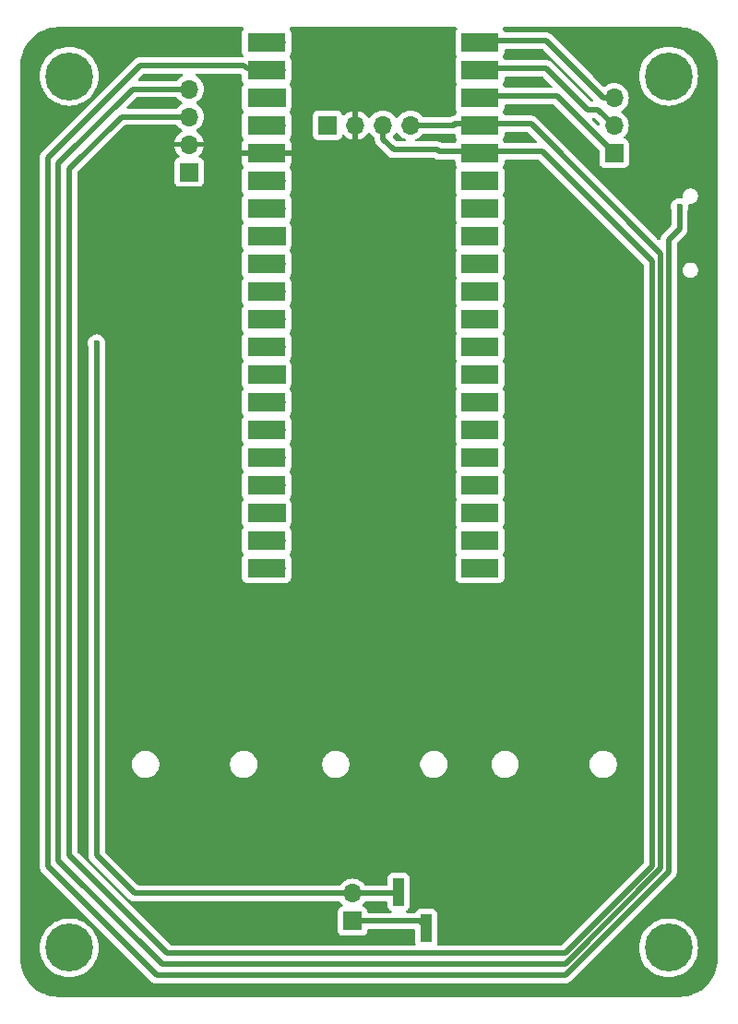
<source format=gbr>
%TF.GenerationSoftware,KiCad,Pcbnew,8.0.5*%
%TF.CreationDate,2024-10-31T02:19:14+01:00*%
%TF.ProjectId,trinket,7472696e-6b65-4742-9e6b-696361645f70,rev?*%
%TF.SameCoordinates,Original*%
%TF.FileFunction,Copper,L2,Bot*%
%TF.FilePolarity,Positive*%
%FSLAX46Y46*%
G04 Gerber Fmt 4.6, Leading zero omitted, Abs format (unit mm)*
G04 Created by KiCad (PCBNEW 8.0.5) date 2024-10-31 02:19:14*
%MOMM*%
%LPD*%
G01*
G04 APERTURE LIST*
%TA.AperFunction,ComponentPad*%
%ADD10R,1.700000X1.700000*%
%TD*%
%TA.AperFunction,ComponentPad*%
%ADD11O,1.700000X1.700000*%
%TD*%
%TA.AperFunction,ComponentPad*%
%ADD12C,4.400000*%
%TD*%
%TA.AperFunction,SMDPad,CuDef*%
%ADD13R,1.000000X2.510000*%
%TD*%
%TA.AperFunction,SMDPad,CuDef*%
%ADD14R,3.500000X1.700000*%
%TD*%
%TA.AperFunction,ViaPad*%
%ADD15C,0.600000*%
%TD*%
%TA.AperFunction,Conductor*%
%ADD16C,0.500000*%
%TD*%
G04 APERTURE END LIST*
D10*
%TO.P,J1,1,Pin_1*%
%TO.N,GND*%
X108700000Y-59500000D03*
D11*
%TO.P,J1,2,Pin_2*%
%TO.N,+3V3*%
X111240000Y-59500000D03*
%TO.P,J1,3,Pin_3*%
%TO.N,OLED_SCL*%
X113780000Y-59500000D03*
%TO.P,J1,4,Pin_4*%
%TO.N,OLED_SDA*%
X116320000Y-59500000D03*
%TD*%
D10*
%TO.P,J8,1,GND*%
%TO.N,Net-(J8-GND)*%
X135000000Y-62080000D03*
D11*
%TO.P,J8,2,RX*%
%TO.N,Net-(J8-RX)*%
X135000000Y-59540000D03*
%TO.P,J8,3,TX*%
%TO.N,Net-(J8-TX)*%
X135000000Y-57000000D03*
%TD*%
D10*
%TO.P,J9,1,B-*%
%TO.N,GND*%
X111000000Y-132540000D03*
D11*
%TO.P,J9,2,B+*%
%TO.N,VBAT+*%
X111000000Y-130000000D03*
%TD*%
D12*
%TO.P,J3,1,Pin_1*%
%TO.N,unconnected-(J3-Pin_1-Pad1)*%
X85000000Y-55000000D03*
%TD*%
%TO.P,J4,1,Pin_1*%
%TO.N,unconnected-(J4-Pin_1-Pad1)*%
X140000000Y-55000000D03*
%TD*%
%TO.P,J6,1,Pin_1*%
%TO.N,unconnected-(J6-Pin_1-Pad1)*%
X140000000Y-135000000D03*
%TD*%
%TO.P,J5,1,Pin_1*%
%TO.N,unconnected-(J5-Pin_1-Pad1)*%
X85000000Y-135000000D03*
%TD*%
D10*
%TO.P,J2,1,Pin_1*%
%TO.N,GND*%
X96000000Y-63800000D03*
D11*
%TO.P,J2,2,Pin_2*%
%TO.N,+3V3*%
X96000000Y-61260000D03*
%TO.P,J2,3,Pin_3*%
%TO.N,OLED_SCL*%
X96000000Y-58720000D03*
%TO.P,J2,4,Pin_4*%
%TO.N,OLED_SDA*%
X96000000Y-56180000D03*
%TD*%
D13*
%TO.P,J7,1,B-*%
%TO.N,GND*%
X117770000Y-133155000D03*
%TO.P,J7,2,B+*%
%TO.N,VBAT+*%
X115230000Y-129845000D03*
%TD*%
D11*
%TO.P,U1,1,GPIO0*%
%TO.N,Net-(J8-TX)*%
X121780000Y-51900000D03*
D14*
X122680000Y-51900000D03*
D11*
%TO.P,U1,2,GPIO1*%
%TO.N,Net-(J8-RX)*%
X121780000Y-54440000D03*
D14*
X122680000Y-54440000D03*
D10*
%TO.P,U1,3,GND*%
%TO.N,Net-(J8-GND)*%
X121780000Y-56980000D03*
D14*
X122680000Y-56980000D03*
D11*
%TO.P,U1,4,GPIO2*%
%TO.N,OLED_SDA*%
X121780000Y-59520000D03*
D14*
X122680000Y-59520000D03*
D11*
%TO.P,U1,5,GPIO3*%
%TO.N,OLED_SCL*%
X121780000Y-62060000D03*
D14*
X122680000Y-62060000D03*
D11*
%TO.P,U1,6,GPIO4*%
%TO.N,unconnected-(U1-GPIO4-Pad6)*%
X121780000Y-64600000D03*
D14*
X122680000Y-64600000D03*
D11*
%TO.P,U1,7,GPIO5*%
%TO.N,unconnected-(U1-GPIO5-Pad7)*%
X121780000Y-67140000D03*
D14*
X122680000Y-67140000D03*
D10*
%TO.P,U1,8,GND*%
%TO.N,GND*%
X121780000Y-69680000D03*
D14*
X122680000Y-69680000D03*
D11*
%TO.P,U1,9,GPIO6*%
%TO.N,unconnected-(U1-GPIO6-Pad9)*%
X121780000Y-72220000D03*
D14*
X122680000Y-72220000D03*
D11*
%TO.P,U1,10,GPIO7*%
%TO.N,unconnected-(U1-GPIO7-Pad10)*%
X121780000Y-74760000D03*
D14*
X122680000Y-74760000D03*
D11*
%TO.P,U1,11,GPIO8*%
%TO.N,unconnected-(U1-GPIO8-Pad11)*%
X121780000Y-77300000D03*
D14*
X122680000Y-77300000D03*
D11*
%TO.P,U1,12,GPIO9*%
%TO.N,unconnected-(U1-GPIO9-Pad12)*%
X121780000Y-79840000D03*
D14*
X122680000Y-79840000D03*
D10*
%TO.P,U1,13,GND*%
%TO.N,GND*%
X121780000Y-82380000D03*
D14*
X122680000Y-82380000D03*
D11*
%TO.P,U1,14,GPIO10*%
%TO.N,unconnected-(U1-GPIO10-Pad14)*%
X121780000Y-84920000D03*
D14*
X122680000Y-84920000D03*
D11*
%TO.P,U1,15,GPIO11*%
%TO.N,unconnected-(U1-GPIO11-Pad15)*%
X121780000Y-87460000D03*
D14*
X122680000Y-87460000D03*
D11*
%TO.P,U1,16,GPIO12*%
%TO.N,unconnected-(U1-GPIO12-Pad16)*%
X121780000Y-90000000D03*
D14*
X122680000Y-90000000D03*
D11*
%TO.P,U1,17,GPIO13*%
%TO.N,unconnected-(U1-GPIO13-Pad17)*%
X121780000Y-92540000D03*
D14*
X122680000Y-92540000D03*
D10*
%TO.P,U1,18,GND*%
%TO.N,GND*%
X121780000Y-95080000D03*
D14*
X122680000Y-95080000D03*
D11*
%TO.P,U1,19,GPIO14*%
%TO.N,unconnected-(U1-GPIO14-Pad19)*%
X121780000Y-97620000D03*
D14*
X122680000Y-97620000D03*
D11*
%TO.P,U1,20,GPIO15*%
%TO.N,unconnected-(U1-GPIO15-Pad20)*%
X121780000Y-100160000D03*
D14*
X122680000Y-100160000D03*
D11*
%TO.P,U1,21,GPIO16*%
%TO.N,BTLEFT*%
X104000000Y-100160000D03*
D14*
X103100000Y-100160000D03*
D11*
%TO.P,U1,22,GPIO17*%
%TO.N,BTCENTER*%
X104000000Y-97620000D03*
D14*
X103100000Y-97620000D03*
D10*
%TO.P,U1,23,GND*%
%TO.N,GND*%
X104000000Y-95080000D03*
D14*
X103100000Y-95080000D03*
D11*
%TO.P,U1,24,GPIO18*%
%TO.N,BTRIGHT*%
X104000000Y-92540000D03*
D14*
X103100000Y-92540000D03*
D11*
%TO.P,U1,25,GPIO19*%
%TO.N,unconnected-(U1-GPIO19-Pad25)*%
X104000000Y-90000000D03*
D14*
X103100000Y-90000000D03*
D11*
%TO.P,U1,26,GPIO20*%
%TO.N,unconnected-(U1-GPIO20-Pad26)*%
X104000000Y-87460000D03*
D14*
X103100000Y-87460000D03*
D11*
%TO.P,U1,27,GPIO21*%
%TO.N,unconnected-(U1-GPIO21-Pad27)*%
X104000000Y-84920000D03*
D14*
X103100000Y-84920000D03*
D10*
%TO.P,U1,28,GND*%
%TO.N,GND*%
X104000000Y-82380000D03*
D14*
X103100000Y-82380000D03*
D11*
%TO.P,U1,29,GPIO22*%
%TO.N,unconnected-(U1-GPIO22-Pad29)*%
X104000000Y-79840000D03*
D14*
X103100000Y-79840000D03*
D11*
%TO.P,U1,30,RUN*%
%TO.N,unconnected-(U1-RUN-Pad30)*%
X104000000Y-77300000D03*
D14*
X103100000Y-77300000D03*
D11*
%TO.P,U1,31,GPIO26_ADC0*%
%TO.N,unconnected-(U1-GPIO26_ADC0-Pad31)*%
X104000000Y-74760000D03*
D14*
X103100000Y-74760000D03*
D11*
%TO.P,U1,32,GPIO27_ADC1*%
%TO.N,unconnected-(U1-GPIO27_ADC1-Pad32)*%
X104000000Y-72220000D03*
D14*
X103100000Y-72220000D03*
D10*
%TO.P,U1,33,AGND*%
%TO.N,unconnected-(U1-AGND-Pad33)*%
X104000000Y-69680000D03*
D14*
X103100000Y-69680000D03*
D11*
%TO.P,U1,34,GPIO28_ADC2*%
%TO.N,unconnected-(U1-GPIO28_ADC2-Pad34)*%
X104000000Y-67140000D03*
D14*
X103100000Y-67140000D03*
D11*
%TO.P,U1,35,ADC_VREF*%
%TO.N,unconnected-(U1-ADC_VREF-Pad35)*%
X104000000Y-64600000D03*
D14*
X103100000Y-64600000D03*
D11*
%TO.P,U1,36,3V3*%
%TO.N,+3V3*%
X104000000Y-62060000D03*
D14*
X103100000Y-62060000D03*
D11*
%TO.P,U1,37,3V3_EN*%
%TO.N,unconnected-(U1-3V3_EN-Pad37)*%
X104000000Y-59520000D03*
D14*
X103100000Y-59520000D03*
D10*
%TO.P,U1,38,GND*%
%TO.N,GND*%
X104000000Y-56980000D03*
D14*
X103100000Y-56980000D03*
D11*
%TO.P,U1,39,VSYS*%
%TO.N,VSYS*%
X104000000Y-54440000D03*
D14*
X103100000Y-54440000D03*
D11*
%TO.P,U1,40,VBUS*%
%TO.N,VUSB*%
X104000000Y-51900000D03*
D14*
X103100000Y-51900000D03*
%TD*%
D15*
%TO.N,VBAT+*%
X87500000Y-79500000D03*
%TO.N,VSYS*%
X141000000Y-67000000D03*
%TD*%
D16*
%TO.N,Net-(J8-TX)*%
X135000000Y-57000000D02*
X134000000Y-57000000D01*
X134000000Y-57000000D02*
X128760000Y-51760000D01*
X128760000Y-51760000D02*
X121780000Y-51760000D01*
%TO.N,Net-(J8-RX)*%
X121780000Y-54300000D02*
X128800000Y-54300000D01*
X128800000Y-54300000D02*
X132574161Y-58074161D01*
X132574161Y-58074161D02*
X133534161Y-58074161D01*
X133534161Y-58074161D02*
X135000000Y-59540000D01*
%TO.N,Net-(J8-GND)*%
X135000000Y-62080000D02*
X129753447Y-56833447D01*
X129753447Y-56833447D02*
X121786553Y-56833447D01*
X121786553Y-56833447D02*
X121780000Y-56840000D01*
%TO.N,+3V3*%
X94185940Y-61260000D02*
X94180506Y-61265434D01*
%TO.N,OLED_SCL*%
X113780000Y-59500000D02*
X113780000Y-60780000D01*
X138500000Y-72000000D02*
X138500000Y-127500000D01*
X113780000Y-60780000D02*
X114750000Y-61750000D01*
X114750000Y-61750000D02*
X118750000Y-61750000D01*
X118750000Y-61750000D02*
X118920000Y-61920000D01*
X118920000Y-61920000D02*
X128420000Y-61920000D01*
X138500000Y-127500000D02*
X130500000Y-135500000D01*
X85000000Y-63500000D02*
X89780000Y-58720000D01*
X128420000Y-61920000D02*
X138500000Y-72000000D01*
X89780000Y-58720000D02*
X96000000Y-58720000D01*
X130500000Y-135500000D02*
X94000000Y-135500000D01*
X94000000Y-135500000D02*
X85000000Y-126500000D01*
X85000000Y-126500000D02*
X85000000Y-63500000D01*
%TO.N,OLED_SDA*%
X116320000Y-59500000D02*
X120260000Y-59500000D01*
X84000000Y-63000000D02*
X90820000Y-56180000D01*
X120260000Y-59500000D02*
X120380000Y-59380000D01*
X120380000Y-59380000D02*
X127380000Y-59380000D01*
X127380000Y-59380000D02*
X139300000Y-71300000D01*
X139300000Y-71300000D02*
X139300000Y-127700000D01*
X93500000Y-136500000D02*
X84000000Y-127000000D01*
X139300000Y-127700000D02*
X130500000Y-136500000D01*
X130500000Y-136500000D02*
X93500000Y-136500000D01*
X84000000Y-127000000D02*
X84000000Y-63000000D01*
X90820000Y-56180000D02*
X96000000Y-56180000D01*
%TO.N,VBAT+*%
X115075000Y-130000000D02*
X115230000Y-129845000D01*
X111000000Y-130000000D02*
X91000000Y-130000000D01*
X91000000Y-130000000D02*
X87500000Y-126500000D01*
X111000000Y-130000000D02*
X115075000Y-130000000D01*
X87500000Y-126500000D02*
X87500000Y-79500000D01*
%TO.N,VSYS*%
X83000000Y-127500000D02*
X83000000Y-62500000D01*
X140000000Y-70000000D02*
X140000000Y-128000000D01*
X141000000Y-67000000D02*
X141000000Y-69000000D01*
X141000000Y-69000000D02*
X140000000Y-70000000D01*
X101000000Y-54000000D02*
X101300000Y-54300000D01*
X91500000Y-54000000D02*
X101000000Y-54000000D01*
X93000000Y-137500000D02*
X83000000Y-127500000D01*
X83000000Y-62500000D02*
X91500000Y-54000000D01*
X101300000Y-54300000D02*
X104000000Y-54300000D01*
X130500000Y-137500000D02*
X93000000Y-137500000D01*
X140000000Y-128000000D02*
X130500000Y-137500000D01*
%TO.N,GND*%
X111000000Y-132540000D02*
X117155000Y-132540000D01*
X111385000Y-132155000D02*
X111000000Y-132540000D01*
X117155000Y-132540000D02*
X117770000Y-133155000D01*
%TD*%
%TA.AperFunction,Conductor*%
%TO.N,+3V3*%
G36*
X120535468Y-50520185D02*
G01*
X120581223Y-50572989D01*
X120591167Y-50642147D01*
X120567695Y-50698811D01*
X120486206Y-50807664D01*
X120486202Y-50807671D01*
X120435908Y-50942517D01*
X120429501Y-51002116D01*
X120429501Y-51002123D01*
X120429500Y-51002135D01*
X120429500Y-51835616D01*
X120429028Y-51846423D01*
X120424341Y-51899997D01*
X120424341Y-51900002D01*
X120429028Y-51953576D01*
X120429500Y-51964383D01*
X120429500Y-52797870D01*
X120429501Y-52797876D01*
X120435908Y-52857483D01*
X120486202Y-52992328D01*
X120486203Y-52992330D01*
X120563578Y-53095689D01*
X120587995Y-53161153D01*
X120573144Y-53229426D01*
X120563578Y-53244311D01*
X120486203Y-53347669D01*
X120486202Y-53347671D01*
X120435908Y-53482517D01*
X120429501Y-53542116D01*
X120429501Y-53542123D01*
X120429500Y-53542135D01*
X120429500Y-54375616D01*
X120429028Y-54386423D01*
X120424341Y-54439997D01*
X120424341Y-54440002D01*
X120429028Y-54493576D01*
X120429500Y-54504383D01*
X120429500Y-55337870D01*
X120429501Y-55337876D01*
X120435908Y-55397483D01*
X120486202Y-55532328D01*
X120486203Y-55532330D01*
X120563578Y-55635689D01*
X120587995Y-55701153D01*
X120573144Y-55769426D01*
X120563578Y-55784311D01*
X120486203Y-55887669D01*
X120486202Y-55887671D01*
X120435908Y-56022517D01*
X120432071Y-56058214D01*
X120429501Y-56082123D01*
X120429500Y-56082135D01*
X120429500Y-57877870D01*
X120429501Y-57877876D01*
X120435908Y-57937483D01*
X120486202Y-58072328D01*
X120486203Y-58072330D01*
X120486204Y-58072331D01*
X120543973Y-58149501D01*
X120563578Y-58175689D01*
X120587995Y-58241153D01*
X120573144Y-58309426D01*
X120563578Y-58324309D01*
X120562340Y-58325965D01*
X120486203Y-58427669D01*
X120486202Y-58427671D01*
X120441013Y-58548833D01*
X120399142Y-58604766D01*
X120333678Y-58629184D01*
X120324831Y-58629500D01*
X120306076Y-58629500D01*
X120277242Y-58635234D01*
X120277243Y-58635235D01*
X120161093Y-58658339D01*
X120161083Y-58658342D01*
X120081081Y-58691479D01*
X120081082Y-58691480D01*
X120024506Y-58714915D01*
X120024503Y-58714917D01*
X120016898Y-58719999D01*
X120004021Y-58728602D01*
X119937346Y-58749480D01*
X119935131Y-58749500D01*
X117507701Y-58749500D01*
X117440662Y-58729815D01*
X117406126Y-58696623D01*
X117358494Y-58628597D01*
X117191402Y-58461506D01*
X117191395Y-58461501D01*
X116997834Y-58325967D01*
X116997830Y-58325965D01*
X116978600Y-58316998D01*
X116783663Y-58226097D01*
X116783659Y-58226096D01*
X116783655Y-58226094D01*
X116555413Y-58164938D01*
X116555403Y-58164936D01*
X116320001Y-58144341D01*
X116319999Y-58144341D01*
X116084596Y-58164936D01*
X116084586Y-58164938D01*
X115856344Y-58226094D01*
X115856335Y-58226098D01*
X115642171Y-58325964D01*
X115642169Y-58325965D01*
X115448597Y-58461505D01*
X115281505Y-58628597D01*
X115151575Y-58814158D01*
X115096998Y-58857783D01*
X115027500Y-58864977D01*
X114965145Y-58833454D01*
X114948425Y-58814158D01*
X114818494Y-58628597D01*
X114651402Y-58461506D01*
X114651395Y-58461501D01*
X114457834Y-58325967D01*
X114457830Y-58325965D01*
X114438600Y-58316998D01*
X114243663Y-58226097D01*
X114243659Y-58226096D01*
X114243655Y-58226094D01*
X114015413Y-58164938D01*
X114015403Y-58164936D01*
X113780001Y-58144341D01*
X113779999Y-58144341D01*
X113544596Y-58164936D01*
X113544586Y-58164938D01*
X113316344Y-58226094D01*
X113316335Y-58226098D01*
X113102171Y-58325964D01*
X113102169Y-58325965D01*
X112908597Y-58461505D01*
X112741508Y-58628594D01*
X112611269Y-58814595D01*
X112556692Y-58858219D01*
X112487193Y-58865412D01*
X112424839Y-58833890D01*
X112408119Y-58814594D01*
X112278113Y-58628926D01*
X112278108Y-58628920D01*
X112111082Y-58461894D01*
X111917578Y-58326399D01*
X111703492Y-58226570D01*
X111703486Y-58226567D01*
X111490000Y-58169364D01*
X111490000Y-59066988D01*
X111432993Y-59034075D01*
X111305826Y-59000000D01*
X111174174Y-59000000D01*
X111047007Y-59034075D01*
X110990000Y-59066988D01*
X110990000Y-58169364D01*
X110989999Y-58169364D01*
X110776513Y-58226567D01*
X110776507Y-58226570D01*
X110562422Y-58326399D01*
X110562420Y-58326400D01*
X110368926Y-58461886D01*
X110246865Y-58583947D01*
X110185542Y-58617431D01*
X110115850Y-58612447D01*
X110059917Y-58570575D01*
X110043002Y-58539598D01*
X110028794Y-58501505D01*
X109993796Y-58407669D01*
X109993795Y-58407668D01*
X109993793Y-58407664D01*
X109907547Y-58292455D01*
X109907544Y-58292452D01*
X109792335Y-58206206D01*
X109792328Y-58206202D01*
X109657482Y-58155908D01*
X109657483Y-58155908D01*
X109597883Y-58149501D01*
X109597881Y-58149500D01*
X109597873Y-58149500D01*
X109597864Y-58149500D01*
X107802129Y-58149500D01*
X107802123Y-58149501D01*
X107742516Y-58155908D01*
X107607671Y-58206202D01*
X107607664Y-58206206D01*
X107492455Y-58292452D01*
X107492452Y-58292455D01*
X107406206Y-58407664D01*
X107406202Y-58407671D01*
X107355908Y-58542517D01*
X107349501Y-58602116D01*
X107349500Y-58602135D01*
X107349500Y-60397870D01*
X107349501Y-60397876D01*
X107355908Y-60457483D01*
X107406202Y-60592328D01*
X107406206Y-60592335D01*
X107492452Y-60707544D01*
X107492455Y-60707547D01*
X107607664Y-60793793D01*
X107607671Y-60793797D01*
X107742517Y-60844091D01*
X107742516Y-60844091D01*
X107749444Y-60844835D01*
X107802127Y-60850500D01*
X109597872Y-60850499D01*
X109657483Y-60844091D01*
X109792331Y-60793796D01*
X109907546Y-60707546D01*
X109993796Y-60592331D01*
X109994434Y-60590622D01*
X110013874Y-60538498D01*
X110043002Y-60460401D01*
X110084872Y-60404468D01*
X110150337Y-60380050D01*
X110218610Y-60394901D01*
X110246865Y-60416053D01*
X110368917Y-60538105D01*
X110562421Y-60673600D01*
X110776507Y-60773429D01*
X110776516Y-60773433D01*
X110990000Y-60830634D01*
X110990000Y-59933012D01*
X111047007Y-59965925D01*
X111174174Y-60000000D01*
X111305826Y-60000000D01*
X111432993Y-59965925D01*
X111490000Y-59933012D01*
X111490000Y-60830633D01*
X111703483Y-60773433D01*
X111703492Y-60773429D01*
X111917578Y-60673600D01*
X112111082Y-60538105D01*
X112278105Y-60371082D01*
X112408119Y-60185405D01*
X112462696Y-60141781D01*
X112532195Y-60134588D01*
X112594549Y-60166110D01*
X112611269Y-60185405D01*
X112741505Y-60371401D01*
X112741506Y-60371402D01*
X112908595Y-60538492D01*
X112908598Y-60538494D01*
X112908599Y-60538495D01*
X112976623Y-60586125D01*
X113020248Y-60640701D01*
X113029500Y-60687700D01*
X113029500Y-60853918D01*
X113029500Y-60853920D01*
X113029499Y-60853920D01*
X113058340Y-60998907D01*
X113058342Y-60998913D01*
X113114914Y-61135491D01*
X113114918Y-61135498D01*
X113146073Y-61182126D01*
X113197049Y-61258418D01*
X113197052Y-61258421D01*
X114167049Y-62228416D01*
X114219715Y-62281082D01*
X114271585Y-62332952D01*
X114394498Y-62415080D01*
X114394511Y-62415087D01*
X114477595Y-62449501D01*
X114531087Y-62471658D01*
X114531091Y-62471658D01*
X114531092Y-62471659D01*
X114676079Y-62500500D01*
X114676082Y-62500500D01*
X118400300Y-62500500D01*
X118467339Y-62520185D01*
X118469191Y-62521398D01*
X118564498Y-62585080D01*
X118564511Y-62585087D01*
X118701082Y-62641656D01*
X118701087Y-62641658D01*
X118701091Y-62641658D01*
X118701092Y-62641659D01*
X118846079Y-62670500D01*
X118846082Y-62670500D01*
X120305501Y-62670500D01*
X120372540Y-62690185D01*
X120418295Y-62742989D01*
X120429501Y-62794500D01*
X120429501Y-62957876D01*
X120435908Y-63017483D01*
X120486202Y-63152328D01*
X120486203Y-63152330D01*
X120563578Y-63255689D01*
X120587995Y-63321153D01*
X120573144Y-63389426D01*
X120563578Y-63404311D01*
X120486203Y-63507669D01*
X120486202Y-63507671D01*
X120435908Y-63642517D01*
X120429501Y-63702116D01*
X120429501Y-63702123D01*
X120429500Y-63702135D01*
X120429500Y-64535616D01*
X120429028Y-64546423D01*
X120424341Y-64599997D01*
X120424341Y-64600002D01*
X120429028Y-64653576D01*
X120429500Y-64664383D01*
X120429500Y-65497870D01*
X120429501Y-65497876D01*
X120435908Y-65557483D01*
X120486202Y-65692328D01*
X120486203Y-65692330D01*
X120486204Y-65692331D01*
X120563561Y-65795667D01*
X120563578Y-65795689D01*
X120587995Y-65861153D01*
X120573144Y-65929426D01*
X120563578Y-65944311D01*
X120486203Y-66047669D01*
X120486202Y-66047671D01*
X120435908Y-66182517D01*
X120432456Y-66214630D01*
X120429501Y-66242123D01*
X120429500Y-66242135D01*
X120429500Y-67075616D01*
X120429028Y-67086423D01*
X120424341Y-67139997D01*
X120424341Y-67140002D01*
X120429028Y-67193576D01*
X120429500Y-67204383D01*
X120429500Y-68037870D01*
X120429501Y-68037876D01*
X120435908Y-68097483D01*
X120486202Y-68232328D01*
X120486203Y-68232330D01*
X120563578Y-68335689D01*
X120587995Y-68401153D01*
X120573144Y-68469426D01*
X120563578Y-68484311D01*
X120486203Y-68587669D01*
X120486202Y-68587671D01*
X120435908Y-68722517D01*
X120429501Y-68782116D01*
X120429501Y-68782123D01*
X120429500Y-68782135D01*
X120429500Y-70577870D01*
X120429501Y-70577876D01*
X120435908Y-70637483D01*
X120486202Y-70772328D01*
X120486203Y-70772330D01*
X120563578Y-70875689D01*
X120587995Y-70941153D01*
X120573144Y-71009426D01*
X120563578Y-71024311D01*
X120486203Y-71127669D01*
X120486202Y-71127671D01*
X120435908Y-71262517D01*
X120429501Y-71322116D01*
X120429501Y-71322123D01*
X120429500Y-71322135D01*
X120429500Y-72155616D01*
X120429028Y-72166423D01*
X120424341Y-72219997D01*
X120424341Y-72220002D01*
X120429028Y-72273576D01*
X120429500Y-72284383D01*
X120429500Y-73117870D01*
X120429501Y-73117876D01*
X120435908Y-73177483D01*
X120486202Y-73312328D01*
X120486203Y-73312330D01*
X120563578Y-73415689D01*
X120587995Y-73481153D01*
X120573144Y-73549426D01*
X120563578Y-73564311D01*
X120486203Y-73667669D01*
X120486202Y-73667671D01*
X120435908Y-73802517D01*
X120429501Y-73862116D01*
X120429501Y-73862123D01*
X120429500Y-73862135D01*
X120429500Y-74695616D01*
X120429028Y-74706423D01*
X120424341Y-74759997D01*
X120424341Y-74760002D01*
X120429028Y-74813576D01*
X120429500Y-74824383D01*
X120429500Y-75657870D01*
X120429501Y-75657876D01*
X120435908Y-75717483D01*
X120486202Y-75852328D01*
X120486203Y-75852330D01*
X120563578Y-75955689D01*
X120587995Y-76021153D01*
X120573144Y-76089426D01*
X120563578Y-76104311D01*
X120486203Y-76207669D01*
X120486202Y-76207671D01*
X120435908Y-76342517D01*
X120429501Y-76402116D01*
X120429501Y-76402123D01*
X120429500Y-76402135D01*
X120429500Y-77235616D01*
X120429028Y-77246423D01*
X120424341Y-77299997D01*
X120424341Y-77300002D01*
X120429028Y-77353576D01*
X120429500Y-77364383D01*
X120429500Y-78197870D01*
X120429501Y-78197876D01*
X120435908Y-78257483D01*
X120486202Y-78392328D01*
X120486203Y-78392330D01*
X120563578Y-78495689D01*
X120587995Y-78561153D01*
X120573144Y-78629426D01*
X120563578Y-78644311D01*
X120486203Y-78747669D01*
X120486202Y-78747671D01*
X120435908Y-78882517D01*
X120429501Y-78942116D01*
X120429501Y-78942123D01*
X120429500Y-78942135D01*
X120429500Y-79775616D01*
X120429028Y-79786423D01*
X120424341Y-79839997D01*
X120424341Y-79840002D01*
X120429028Y-79893576D01*
X120429500Y-79904383D01*
X120429500Y-80737870D01*
X120429501Y-80737876D01*
X120435908Y-80797483D01*
X120486202Y-80932328D01*
X120486203Y-80932330D01*
X120563578Y-81035689D01*
X120587995Y-81101153D01*
X120573144Y-81169426D01*
X120563578Y-81184311D01*
X120486203Y-81287669D01*
X120486202Y-81287671D01*
X120435908Y-81422517D01*
X120429501Y-81482116D01*
X120429501Y-81482123D01*
X120429500Y-81482135D01*
X120429500Y-83277870D01*
X120429501Y-83277876D01*
X120435908Y-83337483D01*
X120486202Y-83472328D01*
X120486203Y-83472330D01*
X120563578Y-83575689D01*
X120587995Y-83641153D01*
X120573144Y-83709426D01*
X120563578Y-83724311D01*
X120486203Y-83827669D01*
X120486202Y-83827671D01*
X120435908Y-83962517D01*
X120429501Y-84022116D01*
X120429501Y-84022123D01*
X120429500Y-84022135D01*
X120429500Y-84855616D01*
X120429028Y-84866423D01*
X120424341Y-84919997D01*
X120424341Y-84920002D01*
X120429028Y-84973576D01*
X120429500Y-84984383D01*
X120429500Y-85817870D01*
X120429501Y-85817876D01*
X120435908Y-85877483D01*
X120486202Y-86012328D01*
X120486203Y-86012330D01*
X120563578Y-86115689D01*
X120587995Y-86181153D01*
X120573144Y-86249426D01*
X120563578Y-86264311D01*
X120486203Y-86367669D01*
X120486202Y-86367671D01*
X120435908Y-86502517D01*
X120429501Y-86562116D01*
X120429501Y-86562123D01*
X120429500Y-86562135D01*
X120429500Y-87395616D01*
X120429028Y-87406423D01*
X120424341Y-87459997D01*
X120424341Y-87460002D01*
X120429028Y-87513576D01*
X120429500Y-87524383D01*
X120429500Y-88357870D01*
X120429501Y-88357876D01*
X120435908Y-88417483D01*
X120486202Y-88552328D01*
X120486203Y-88552330D01*
X120563578Y-88655689D01*
X120587995Y-88721153D01*
X120573144Y-88789426D01*
X120563578Y-88804311D01*
X120486203Y-88907669D01*
X120486202Y-88907671D01*
X120435908Y-89042517D01*
X120429501Y-89102116D01*
X120429501Y-89102123D01*
X120429500Y-89102135D01*
X120429500Y-89935616D01*
X120429028Y-89946423D01*
X120424341Y-89999997D01*
X120424341Y-90000002D01*
X120429028Y-90053576D01*
X120429500Y-90064383D01*
X120429500Y-90897870D01*
X120429501Y-90897876D01*
X120435908Y-90957483D01*
X120486202Y-91092328D01*
X120486203Y-91092330D01*
X120563578Y-91195689D01*
X120587995Y-91261153D01*
X120573144Y-91329426D01*
X120563578Y-91344311D01*
X120486203Y-91447669D01*
X120486202Y-91447671D01*
X120435908Y-91582517D01*
X120429501Y-91642116D01*
X120429501Y-91642123D01*
X120429500Y-91642135D01*
X120429500Y-92475616D01*
X120429028Y-92486423D01*
X120424341Y-92539997D01*
X120424341Y-92540002D01*
X120429028Y-92593576D01*
X120429500Y-92604383D01*
X120429500Y-93437870D01*
X120429501Y-93437876D01*
X120435908Y-93497483D01*
X120486202Y-93632328D01*
X120486203Y-93632330D01*
X120563578Y-93735689D01*
X120587995Y-93801153D01*
X120573144Y-93869426D01*
X120563578Y-93884311D01*
X120486203Y-93987669D01*
X120486202Y-93987671D01*
X120435908Y-94122517D01*
X120429501Y-94182116D01*
X120429501Y-94182123D01*
X120429500Y-94182135D01*
X120429500Y-95977870D01*
X120429501Y-95977876D01*
X120435908Y-96037483D01*
X120486202Y-96172328D01*
X120486203Y-96172330D01*
X120563578Y-96275689D01*
X120587995Y-96341153D01*
X120573144Y-96409426D01*
X120563578Y-96424311D01*
X120486203Y-96527669D01*
X120486202Y-96527671D01*
X120435908Y-96662517D01*
X120429501Y-96722116D01*
X120429501Y-96722123D01*
X120429500Y-96722135D01*
X120429500Y-97555616D01*
X120429028Y-97566423D01*
X120424341Y-97619997D01*
X120424341Y-97620002D01*
X120429028Y-97673576D01*
X120429500Y-97684383D01*
X120429500Y-98517870D01*
X120429501Y-98517876D01*
X120435908Y-98577483D01*
X120486202Y-98712328D01*
X120486203Y-98712330D01*
X120563578Y-98815689D01*
X120587995Y-98881153D01*
X120573144Y-98949426D01*
X120563578Y-98964311D01*
X120486203Y-99067669D01*
X120486202Y-99067671D01*
X120435908Y-99202517D01*
X120429501Y-99262116D01*
X120429501Y-99262123D01*
X120429500Y-99262135D01*
X120429500Y-100095616D01*
X120429028Y-100106423D01*
X120424341Y-100159997D01*
X120424341Y-100160002D01*
X120429028Y-100213576D01*
X120429500Y-100224383D01*
X120429500Y-101057870D01*
X120429501Y-101057876D01*
X120435908Y-101117483D01*
X120486202Y-101252328D01*
X120486206Y-101252335D01*
X120572452Y-101367544D01*
X120572455Y-101367547D01*
X120687664Y-101453793D01*
X120687671Y-101453797D01*
X120822517Y-101504091D01*
X120822516Y-101504091D01*
X120829444Y-101504835D01*
X120882127Y-101510500D01*
X121715616Y-101510499D01*
X121726425Y-101510971D01*
X121780000Y-101515659D01*
X121833575Y-101510971D01*
X121844384Y-101510499D01*
X124477871Y-101510499D01*
X124477872Y-101510499D01*
X124537483Y-101504091D01*
X124672331Y-101453796D01*
X124787546Y-101367546D01*
X124873796Y-101252331D01*
X124924091Y-101117483D01*
X124930500Y-101057873D01*
X124930499Y-99262128D01*
X124924091Y-99202517D01*
X124873796Y-99067669D01*
X124796421Y-98964309D01*
X124772004Y-98898848D01*
X124786855Y-98830575D01*
X124796416Y-98815696D01*
X124873796Y-98712331D01*
X124924091Y-98577483D01*
X124930500Y-98517873D01*
X124930499Y-96722128D01*
X124924091Y-96662517D01*
X124873796Y-96527669D01*
X124796421Y-96424309D01*
X124772004Y-96358848D01*
X124786855Y-96290575D01*
X124796416Y-96275696D01*
X124873796Y-96172331D01*
X124924091Y-96037483D01*
X124930500Y-95977873D01*
X124930499Y-94182128D01*
X124924091Y-94122517D01*
X124873796Y-93987669D01*
X124796421Y-93884309D01*
X124772004Y-93818848D01*
X124786855Y-93750575D01*
X124796416Y-93735696D01*
X124873796Y-93632331D01*
X124924091Y-93497483D01*
X124930500Y-93437873D01*
X124930499Y-91642128D01*
X124924091Y-91582517D01*
X124873796Y-91447669D01*
X124796421Y-91344309D01*
X124772004Y-91278848D01*
X124786855Y-91210575D01*
X124796416Y-91195696D01*
X124873796Y-91092331D01*
X124924091Y-90957483D01*
X124930500Y-90897873D01*
X124930499Y-89102128D01*
X124924091Y-89042517D01*
X124873796Y-88907669D01*
X124796421Y-88804309D01*
X124772004Y-88738848D01*
X124786855Y-88670575D01*
X124796416Y-88655696D01*
X124873796Y-88552331D01*
X124924091Y-88417483D01*
X124930500Y-88357873D01*
X124930499Y-86562128D01*
X124924091Y-86502517D01*
X124873796Y-86367669D01*
X124796421Y-86264309D01*
X124772004Y-86198848D01*
X124786855Y-86130575D01*
X124796416Y-86115696D01*
X124873796Y-86012331D01*
X124924091Y-85877483D01*
X124930500Y-85817873D01*
X124930499Y-84022128D01*
X124924091Y-83962517D01*
X124873796Y-83827669D01*
X124796421Y-83724309D01*
X124772004Y-83658848D01*
X124786855Y-83590575D01*
X124796416Y-83575696D01*
X124873796Y-83472331D01*
X124924091Y-83337483D01*
X124930500Y-83277873D01*
X124930499Y-81482128D01*
X124924091Y-81422517D01*
X124873796Y-81287669D01*
X124796421Y-81184309D01*
X124772004Y-81118848D01*
X124786855Y-81050575D01*
X124796416Y-81035696D01*
X124873796Y-80932331D01*
X124924091Y-80797483D01*
X124930500Y-80737873D01*
X124930499Y-78942128D01*
X124924091Y-78882517D01*
X124873796Y-78747669D01*
X124796421Y-78644309D01*
X124772004Y-78578848D01*
X124786855Y-78510575D01*
X124796416Y-78495696D01*
X124873796Y-78392331D01*
X124924091Y-78257483D01*
X124930500Y-78197873D01*
X124930499Y-76402128D01*
X124924091Y-76342517D01*
X124873796Y-76207669D01*
X124796421Y-76104309D01*
X124772004Y-76038848D01*
X124786855Y-75970575D01*
X124796416Y-75955696D01*
X124873796Y-75852331D01*
X124924091Y-75717483D01*
X124930500Y-75657873D01*
X124930499Y-73862128D01*
X124924091Y-73802517D01*
X124873796Y-73667669D01*
X124796421Y-73564309D01*
X124772004Y-73498848D01*
X124786855Y-73430575D01*
X124796416Y-73415696D01*
X124873796Y-73312331D01*
X124924091Y-73177483D01*
X124930500Y-73117873D01*
X124930499Y-71322128D01*
X124924091Y-71262517D01*
X124873796Y-71127669D01*
X124796421Y-71024309D01*
X124772004Y-70958848D01*
X124786855Y-70890575D01*
X124796416Y-70875696D01*
X124873796Y-70772331D01*
X124924091Y-70637483D01*
X124930500Y-70577873D01*
X124930499Y-68782128D01*
X124924091Y-68722517D01*
X124917486Y-68704809D01*
X124873797Y-68587671D01*
X124873795Y-68587668D01*
X124796421Y-68484309D01*
X124772004Y-68418848D01*
X124786855Y-68350575D01*
X124796416Y-68335696D01*
X124873796Y-68232331D01*
X124924091Y-68097483D01*
X124930500Y-68037873D01*
X124930499Y-66242128D01*
X124924091Y-66182517D01*
X124884091Y-66075272D01*
X124873797Y-66047671D01*
X124873795Y-66047668D01*
X124796421Y-65944309D01*
X124772004Y-65878848D01*
X124786855Y-65810575D01*
X124796416Y-65795696D01*
X124873796Y-65692331D01*
X124924091Y-65557483D01*
X124930500Y-65497873D01*
X124930499Y-63702128D01*
X124924091Y-63642517D01*
X124873796Y-63507669D01*
X124796421Y-63404309D01*
X124772004Y-63338848D01*
X124786855Y-63270575D01*
X124796416Y-63255696D01*
X124873796Y-63152331D01*
X124924091Y-63017483D01*
X124930500Y-62957873D01*
X124930500Y-62794500D01*
X124950185Y-62727461D01*
X125002989Y-62681706D01*
X125054500Y-62670500D01*
X128057770Y-62670500D01*
X128124809Y-62690185D01*
X128145451Y-62706819D01*
X137713181Y-72274549D01*
X137746666Y-72335872D01*
X137749500Y-72362230D01*
X137749500Y-127137770D01*
X137729815Y-127204809D01*
X137713181Y-127225451D01*
X130225451Y-134713181D01*
X130164128Y-134746666D01*
X130137770Y-134749500D01*
X118856148Y-134749500D01*
X118789109Y-134729815D01*
X118743354Y-134677011D01*
X118733410Y-134607853D01*
X118739966Y-134582167D01*
X118764091Y-134517482D01*
X118770500Y-134457873D01*
X118770499Y-131852128D01*
X118764091Y-131792517D01*
X118757308Y-131774332D01*
X118713797Y-131657671D01*
X118713793Y-131657664D01*
X118627547Y-131542455D01*
X118627544Y-131542452D01*
X118512335Y-131456206D01*
X118512328Y-131456202D01*
X118377482Y-131405908D01*
X118377483Y-131405908D01*
X118317883Y-131399501D01*
X118317881Y-131399500D01*
X118317873Y-131399500D01*
X118317864Y-131399500D01*
X117222129Y-131399500D01*
X117222123Y-131399501D01*
X117162516Y-131405908D01*
X117027671Y-131456202D01*
X117027664Y-131456206D01*
X116912455Y-131542452D01*
X116912452Y-131542455D01*
X116826206Y-131657664D01*
X116826201Y-131657673D01*
X116807121Y-131708832D01*
X116765250Y-131764766D01*
X116699786Y-131789184D01*
X116690939Y-131789500D01*
X116000860Y-131789500D01*
X115933821Y-131769815D01*
X115888066Y-131717011D01*
X115878122Y-131647853D01*
X115907147Y-131584297D01*
X115957527Y-131549318D01*
X115972328Y-131543797D01*
X115972327Y-131543797D01*
X115972331Y-131543796D01*
X116087546Y-131457546D01*
X116173796Y-131342331D01*
X116224091Y-131207483D01*
X116230500Y-131147873D01*
X116230499Y-128542128D01*
X116224091Y-128482517D01*
X116222561Y-128478416D01*
X116173797Y-128347671D01*
X116173793Y-128347664D01*
X116087547Y-128232455D01*
X116087544Y-128232452D01*
X115972335Y-128146206D01*
X115972328Y-128146202D01*
X115837482Y-128095908D01*
X115837483Y-128095908D01*
X115777883Y-128089501D01*
X115777881Y-128089500D01*
X115777873Y-128089500D01*
X115777864Y-128089500D01*
X114682129Y-128089500D01*
X114682123Y-128089501D01*
X114622516Y-128095908D01*
X114487671Y-128146202D01*
X114487664Y-128146206D01*
X114372455Y-128232452D01*
X114372452Y-128232455D01*
X114286206Y-128347664D01*
X114286202Y-128347671D01*
X114235908Y-128482517D01*
X114229501Y-128542116D01*
X114229501Y-128542123D01*
X114229500Y-128542135D01*
X114229500Y-129125500D01*
X114209815Y-129192539D01*
X114157011Y-129238294D01*
X114105500Y-129249500D01*
X112187701Y-129249500D01*
X112120662Y-129229815D01*
X112086126Y-129196623D01*
X112038494Y-129128597D01*
X111871402Y-128961506D01*
X111871395Y-128961501D01*
X111677834Y-128825967D01*
X111677830Y-128825965D01*
X111677828Y-128825964D01*
X111463663Y-128726097D01*
X111463659Y-128726096D01*
X111463655Y-128726094D01*
X111235413Y-128664938D01*
X111235403Y-128664936D01*
X111000001Y-128644341D01*
X110999999Y-128644341D01*
X110764596Y-128664936D01*
X110764586Y-128664938D01*
X110536344Y-128726094D01*
X110536335Y-128726098D01*
X110322171Y-128825964D01*
X110322169Y-128825965D01*
X110128597Y-128961505D01*
X109961506Y-129128596D01*
X109913874Y-129196623D01*
X109859297Y-129240248D01*
X109812299Y-129249500D01*
X91362229Y-129249500D01*
X91295190Y-129229815D01*
X91274548Y-129213181D01*
X88286819Y-126225451D01*
X88253334Y-126164128D01*
X88250500Y-126137770D01*
X88250500Y-118051577D01*
X90749500Y-118051577D01*
X90749500Y-118248422D01*
X90780290Y-118442826D01*
X90841117Y-118630029D01*
X90930476Y-118805405D01*
X91046172Y-118964646D01*
X91185354Y-119103828D01*
X91344595Y-119219524D01*
X91427455Y-119261743D01*
X91519970Y-119308882D01*
X91519972Y-119308882D01*
X91519975Y-119308884D01*
X91620317Y-119341487D01*
X91707173Y-119369709D01*
X91901578Y-119400500D01*
X91901583Y-119400500D01*
X92098422Y-119400500D01*
X92292826Y-119369709D01*
X92480025Y-119308884D01*
X92655405Y-119219524D01*
X92814646Y-119103828D01*
X92953828Y-118964646D01*
X93069524Y-118805405D01*
X93158884Y-118630025D01*
X93219709Y-118442826D01*
X93250500Y-118248422D01*
X93250500Y-118051577D01*
X99749500Y-118051577D01*
X99749500Y-118248422D01*
X99780290Y-118442826D01*
X99841117Y-118630029D01*
X99930476Y-118805405D01*
X100046172Y-118964646D01*
X100185354Y-119103828D01*
X100344595Y-119219524D01*
X100427455Y-119261743D01*
X100519970Y-119308882D01*
X100519972Y-119308882D01*
X100519975Y-119308884D01*
X100620317Y-119341487D01*
X100707173Y-119369709D01*
X100901578Y-119400500D01*
X100901583Y-119400500D01*
X101098422Y-119400500D01*
X101292826Y-119369709D01*
X101480025Y-119308884D01*
X101655405Y-119219524D01*
X101814646Y-119103828D01*
X101953828Y-118964646D01*
X102069524Y-118805405D01*
X102158884Y-118630025D01*
X102219709Y-118442826D01*
X102250500Y-118248422D01*
X102250500Y-118051577D01*
X108199500Y-118051577D01*
X108199500Y-118248422D01*
X108230290Y-118442826D01*
X108291117Y-118630029D01*
X108380476Y-118805405D01*
X108496172Y-118964646D01*
X108635354Y-119103828D01*
X108794595Y-119219524D01*
X108877455Y-119261743D01*
X108969970Y-119308882D01*
X108969972Y-119308882D01*
X108969975Y-119308884D01*
X109070317Y-119341487D01*
X109157173Y-119369709D01*
X109351578Y-119400500D01*
X109351583Y-119400500D01*
X109548422Y-119400500D01*
X109742826Y-119369709D01*
X109930025Y-119308884D01*
X110105405Y-119219524D01*
X110264646Y-119103828D01*
X110403828Y-118964646D01*
X110519524Y-118805405D01*
X110608884Y-118630025D01*
X110669709Y-118442826D01*
X110700500Y-118248422D01*
X110700500Y-118051577D01*
X117199500Y-118051577D01*
X117199500Y-118248422D01*
X117230290Y-118442826D01*
X117291117Y-118630029D01*
X117380476Y-118805405D01*
X117496172Y-118964646D01*
X117635354Y-119103828D01*
X117794595Y-119219524D01*
X117877455Y-119261743D01*
X117969970Y-119308882D01*
X117969972Y-119308882D01*
X117969975Y-119308884D01*
X118070317Y-119341487D01*
X118157173Y-119369709D01*
X118351578Y-119400500D01*
X118351583Y-119400500D01*
X118548422Y-119400500D01*
X118742826Y-119369709D01*
X118930025Y-119308884D01*
X119105405Y-119219524D01*
X119264646Y-119103828D01*
X119403828Y-118964646D01*
X119519524Y-118805405D01*
X119608884Y-118630025D01*
X119669709Y-118442826D01*
X119700500Y-118248422D01*
X119700500Y-118051577D01*
X123749500Y-118051577D01*
X123749500Y-118248422D01*
X123780290Y-118442826D01*
X123841117Y-118630029D01*
X123930476Y-118805405D01*
X124046172Y-118964646D01*
X124185354Y-119103828D01*
X124344595Y-119219524D01*
X124427455Y-119261743D01*
X124519970Y-119308882D01*
X124519972Y-119308882D01*
X124519975Y-119308884D01*
X124620317Y-119341487D01*
X124707173Y-119369709D01*
X124901578Y-119400500D01*
X124901583Y-119400500D01*
X125098422Y-119400500D01*
X125292826Y-119369709D01*
X125480025Y-119308884D01*
X125655405Y-119219524D01*
X125814646Y-119103828D01*
X125953828Y-118964646D01*
X126069524Y-118805405D01*
X126158884Y-118630025D01*
X126219709Y-118442826D01*
X126250500Y-118248422D01*
X126250500Y-118051577D01*
X132749500Y-118051577D01*
X132749500Y-118248422D01*
X132780290Y-118442826D01*
X132841117Y-118630029D01*
X132930476Y-118805405D01*
X133046172Y-118964646D01*
X133185354Y-119103828D01*
X133344595Y-119219524D01*
X133427455Y-119261743D01*
X133519970Y-119308882D01*
X133519972Y-119308882D01*
X133519975Y-119308884D01*
X133620317Y-119341487D01*
X133707173Y-119369709D01*
X133901578Y-119400500D01*
X133901583Y-119400500D01*
X134098422Y-119400500D01*
X134292826Y-119369709D01*
X134480025Y-119308884D01*
X134655405Y-119219524D01*
X134814646Y-119103828D01*
X134953828Y-118964646D01*
X135069524Y-118805405D01*
X135158884Y-118630025D01*
X135219709Y-118442826D01*
X135250500Y-118248422D01*
X135250500Y-118051577D01*
X135219709Y-117857173D01*
X135158882Y-117669970D01*
X135069523Y-117494594D01*
X134953828Y-117335354D01*
X134814646Y-117196172D01*
X134655405Y-117080476D01*
X134480029Y-116991117D01*
X134292826Y-116930290D01*
X134098422Y-116899500D01*
X134098417Y-116899500D01*
X133901583Y-116899500D01*
X133901578Y-116899500D01*
X133707173Y-116930290D01*
X133519970Y-116991117D01*
X133344594Y-117080476D01*
X133253741Y-117146485D01*
X133185354Y-117196172D01*
X133185352Y-117196174D01*
X133185351Y-117196174D01*
X133046174Y-117335351D01*
X133046174Y-117335352D01*
X133046172Y-117335354D01*
X132996485Y-117403741D01*
X132930476Y-117494594D01*
X132841117Y-117669970D01*
X132780290Y-117857173D01*
X132749500Y-118051577D01*
X126250500Y-118051577D01*
X126219709Y-117857173D01*
X126158882Y-117669970D01*
X126069523Y-117494594D01*
X125953828Y-117335354D01*
X125814646Y-117196172D01*
X125655405Y-117080476D01*
X125480029Y-116991117D01*
X125292826Y-116930290D01*
X125098422Y-116899500D01*
X125098417Y-116899500D01*
X124901583Y-116899500D01*
X124901578Y-116899500D01*
X124707173Y-116930290D01*
X124519970Y-116991117D01*
X124344594Y-117080476D01*
X124253741Y-117146485D01*
X124185354Y-117196172D01*
X124185352Y-117196174D01*
X124185351Y-117196174D01*
X124046174Y-117335351D01*
X124046174Y-117335352D01*
X124046172Y-117335354D01*
X123996485Y-117403741D01*
X123930476Y-117494594D01*
X123841117Y-117669970D01*
X123780290Y-117857173D01*
X123749500Y-118051577D01*
X119700500Y-118051577D01*
X119669709Y-117857173D01*
X119608882Y-117669970D01*
X119519523Y-117494594D01*
X119403828Y-117335354D01*
X119264646Y-117196172D01*
X119105405Y-117080476D01*
X118930029Y-116991117D01*
X118742826Y-116930290D01*
X118548422Y-116899500D01*
X118548417Y-116899500D01*
X118351583Y-116899500D01*
X118351578Y-116899500D01*
X118157173Y-116930290D01*
X117969970Y-116991117D01*
X117794594Y-117080476D01*
X117703741Y-117146485D01*
X117635354Y-117196172D01*
X117635352Y-117196174D01*
X117635351Y-117196174D01*
X117496174Y-117335351D01*
X117496174Y-117335352D01*
X117496172Y-117335354D01*
X117446485Y-117403741D01*
X117380476Y-117494594D01*
X117291117Y-117669970D01*
X117230290Y-117857173D01*
X117199500Y-118051577D01*
X110700500Y-118051577D01*
X110669709Y-117857173D01*
X110608882Y-117669970D01*
X110519523Y-117494594D01*
X110403828Y-117335354D01*
X110264646Y-117196172D01*
X110105405Y-117080476D01*
X109930029Y-116991117D01*
X109742826Y-116930290D01*
X109548422Y-116899500D01*
X109548417Y-116899500D01*
X109351583Y-116899500D01*
X109351578Y-116899500D01*
X109157173Y-116930290D01*
X108969970Y-116991117D01*
X108794594Y-117080476D01*
X108703741Y-117146485D01*
X108635354Y-117196172D01*
X108635352Y-117196174D01*
X108635351Y-117196174D01*
X108496174Y-117335351D01*
X108496174Y-117335352D01*
X108496172Y-117335354D01*
X108446485Y-117403741D01*
X108380476Y-117494594D01*
X108291117Y-117669970D01*
X108230290Y-117857173D01*
X108199500Y-118051577D01*
X102250500Y-118051577D01*
X102219709Y-117857173D01*
X102158882Y-117669970D01*
X102069523Y-117494594D01*
X101953828Y-117335354D01*
X101814646Y-117196172D01*
X101655405Y-117080476D01*
X101480029Y-116991117D01*
X101292826Y-116930290D01*
X101098422Y-116899500D01*
X101098417Y-116899500D01*
X100901583Y-116899500D01*
X100901578Y-116899500D01*
X100707173Y-116930290D01*
X100519970Y-116991117D01*
X100344594Y-117080476D01*
X100253741Y-117146485D01*
X100185354Y-117196172D01*
X100185352Y-117196174D01*
X100185351Y-117196174D01*
X100046174Y-117335351D01*
X100046174Y-117335352D01*
X100046172Y-117335354D01*
X99996485Y-117403741D01*
X99930476Y-117494594D01*
X99841117Y-117669970D01*
X99780290Y-117857173D01*
X99749500Y-118051577D01*
X93250500Y-118051577D01*
X93219709Y-117857173D01*
X93158882Y-117669970D01*
X93069523Y-117494594D01*
X92953828Y-117335354D01*
X92814646Y-117196172D01*
X92655405Y-117080476D01*
X92480029Y-116991117D01*
X92292826Y-116930290D01*
X92098422Y-116899500D01*
X92098417Y-116899500D01*
X91901583Y-116899500D01*
X91901578Y-116899500D01*
X91707173Y-116930290D01*
X91519970Y-116991117D01*
X91344594Y-117080476D01*
X91253741Y-117146485D01*
X91185354Y-117196172D01*
X91185352Y-117196174D01*
X91185351Y-117196174D01*
X91046174Y-117335351D01*
X91046174Y-117335352D01*
X91046172Y-117335354D01*
X90996485Y-117403741D01*
X90930476Y-117494594D01*
X90841117Y-117669970D01*
X90780290Y-117857173D01*
X90749500Y-118051577D01*
X88250500Y-118051577D01*
X88250500Y-79799972D01*
X88257458Y-79759017D01*
X88285368Y-79679254D01*
X88285369Y-79679249D01*
X88305565Y-79500003D01*
X88305565Y-79499996D01*
X88285369Y-79320750D01*
X88285368Y-79320745D01*
X88225788Y-79150476D01*
X88129815Y-78997737D01*
X88002262Y-78870184D01*
X87849523Y-78774211D01*
X87679254Y-78714631D01*
X87679249Y-78714630D01*
X87500004Y-78694435D01*
X87499996Y-78694435D01*
X87320750Y-78714630D01*
X87320745Y-78714631D01*
X87150476Y-78774211D01*
X86997737Y-78870184D01*
X86870184Y-78997737D01*
X86774211Y-79150476D01*
X86714631Y-79320745D01*
X86714630Y-79320750D01*
X86694435Y-79499996D01*
X86694435Y-79500003D01*
X86714630Y-79679249D01*
X86714631Y-79679254D01*
X86742542Y-79759017D01*
X86749500Y-79799972D01*
X86749500Y-126573918D01*
X86749500Y-126573920D01*
X86749499Y-126573920D01*
X86778340Y-126718907D01*
X86778343Y-126718917D01*
X86834914Y-126855492D01*
X86867812Y-126904727D01*
X86867813Y-126904730D01*
X86917046Y-126978414D01*
X86917052Y-126978421D01*
X90417048Y-130478415D01*
X90417049Y-130478416D01*
X90521584Y-130582951D01*
X90521585Y-130582952D01*
X90644498Y-130665080D01*
X90644511Y-130665087D01*
X90781082Y-130721656D01*
X90781087Y-130721658D01*
X90781091Y-130721658D01*
X90781092Y-130721659D01*
X90926079Y-130750500D01*
X90926082Y-130750500D01*
X109812299Y-130750500D01*
X109879338Y-130770185D01*
X109913873Y-130803376D01*
X109961505Y-130871401D01*
X110083430Y-130993326D01*
X110116915Y-131054649D01*
X110111931Y-131124341D01*
X110070059Y-131180274D01*
X110039083Y-131197189D01*
X109907669Y-131246203D01*
X109907664Y-131246206D01*
X109792455Y-131332452D01*
X109792452Y-131332455D01*
X109706206Y-131447664D01*
X109706202Y-131447671D01*
X109655908Y-131582517D01*
X109649501Y-131642116D01*
X109649501Y-131642123D01*
X109649500Y-131642135D01*
X109649500Y-133437870D01*
X109649501Y-133437876D01*
X109655908Y-133497483D01*
X109706202Y-133632328D01*
X109706206Y-133632335D01*
X109792452Y-133747544D01*
X109792455Y-133747547D01*
X109907664Y-133833793D01*
X109907671Y-133833797D01*
X110042517Y-133884091D01*
X110042516Y-133884091D01*
X110049444Y-133884835D01*
X110102127Y-133890500D01*
X111897872Y-133890499D01*
X111957483Y-133884091D01*
X112092331Y-133833796D01*
X112207546Y-133747546D01*
X112293796Y-133632331D01*
X112344091Y-133497483D01*
X112350500Y-133437873D01*
X112350500Y-133414500D01*
X112370185Y-133347461D01*
X112422989Y-133301706D01*
X112474500Y-133290500D01*
X116645501Y-133290500D01*
X116712540Y-133310185D01*
X116758295Y-133362989D01*
X116769501Y-133414500D01*
X116769501Y-134457876D01*
X116775908Y-134517483D01*
X116800034Y-134582167D01*
X116805018Y-134651859D01*
X116771532Y-134713182D01*
X116710209Y-134746666D01*
X116683852Y-134749500D01*
X94362230Y-134749500D01*
X94295191Y-134729815D01*
X94274549Y-134713181D01*
X85786819Y-126225451D01*
X85753334Y-126164128D01*
X85750500Y-126137770D01*
X85750500Y-63862230D01*
X85770185Y-63795191D01*
X85786819Y-63774549D01*
X90054549Y-59506819D01*
X90115872Y-59473334D01*
X90142230Y-59470500D01*
X94812299Y-59470500D01*
X94879338Y-59490185D01*
X94913873Y-59523376D01*
X94961505Y-59591401D01*
X95128597Y-59758493D01*
X95128603Y-59758498D01*
X95314594Y-59888730D01*
X95358219Y-59943307D01*
X95365413Y-60012805D01*
X95333890Y-60075160D01*
X95314595Y-60091880D01*
X95128922Y-60221890D01*
X95128920Y-60221891D01*
X94961891Y-60388920D01*
X94961886Y-60388926D01*
X94826400Y-60582420D01*
X94826399Y-60582422D01*
X94726570Y-60796507D01*
X94726567Y-60796513D01*
X94669364Y-61009999D01*
X94669364Y-61010000D01*
X95566988Y-61010000D01*
X95534075Y-61067007D01*
X95500000Y-61194174D01*
X95500000Y-61325826D01*
X95534075Y-61452993D01*
X95566988Y-61510000D01*
X94669364Y-61510000D01*
X94726567Y-61723486D01*
X94726570Y-61723492D01*
X94826399Y-61937578D01*
X94961894Y-62131082D01*
X95083946Y-62253134D01*
X95117431Y-62314457D01*
X95112447Y-62384149D01*
X95070575Y-62440082D01*
X95039598Y-62456997D01*
X94907671Y-62506202D01*
X94907664Y-62506206D01*
X94792455Y-62592452D01*
X94792452Y-62592455D01*
X94706206Y-62707664D01*
X94706202Y-62707671D01*
X94655908Y-62842517D01*
X94649501Y-62902116D01*
X94649501Y-62902123D01*
X94649500Y-62902135D01*
X94649500Y-64697870D01*
X94649501Y-64697876D01*
X94655908Y-64757483D01*
X94706202Y-64892328D01*
X94706206Y-64892335D01*
X94792452Y-65007544D01*
X94792455Y-65007547D01*
X94907664Y-65093793D01*
X94907671Y-65093797D01*
X95042517Y-65144091D01*
X95042516Y-65144091D01*
X95049444Y-65144835D01*
X95102127Y-65150500D01*
X96897872Y-65150499D01*
X96957483Y-65144091D01*
X97092331Y-65093796D01*
X97207546Y-65007546D01*
X97293796Y-64892331D01*
X97344091Y-64757483D01*
X97350500Y-64697873D01*
X97350499Y-62902128D01*
X97344091Y-62842517D01*
X97306969Y-62742989D01*
X97293797Y-62707671D01*
X97293793Y-62707664D01*
X97207547Y-62592455D01*
X97207544Y-62592452D01*
X97092335Y-62506206D01*
X97092328Y-62506202D01*
X96960401Y-62456997D01*
X96904467Y-62415126D01*
X96880050Y-62349662D01*
X96894902Y-62281389D01*
X96916053Y-62253133D01*
X97038108Y-62131078D01*
X97173600Y-61937578D01*
X97273429Y-61723492D01*
X97273432Y-61723486D01*
X97330636Y-61510000D01*
X96433012Y-61510000D01*
X96465925Y-61452993D01*
X96500000Y-61325826D01*
X96500000Y-61194174D01*
X96465925Y-61067007D01*
X96433012Y-61010000D01*
X97330636Y-61010000D01*
X97330635Y-61009999D01*
X97273432Y-60796513D01*
X97273429Y-60796507D01*
X97173600Y-60582422D01*
X97173599Y-60582420D01*
X97038113Y-60388926D01*
X97038108Y-60388920D01*
X96871078Y-60221890D01*
X96685405Y-60091879D01*
X96641780Y-60037302D01*
X96634588Y-59967804D01*
X96666110Y-59905449D01*
X96685406Y-59888730D01*
X96871401Y-59758495D01*
X97038495Y-59591401D01*
X97174035Y-59397830D01*
X97273903Y-59183663D01*
X97335063Y-58955408D01*
X97355659Y-58720000D01*
X97355214Y-58714919D01*
X97350265Y-58658343D01*
X97335063Y-58484592D01*
X97273903Y-58256337D01*
X97174035Y-58042171D01*
X97171464Y-58038498D01*
X97038494Y-57848597D01*
X96871402Y-57681506D01*
X96871396Y-57681501D01*
X96685842Y-57551575D01*
X96642217Y-57496998D01*
X96635023Y-57427500D01*
X96666546Y-57365145D01*
X96685842Y-57348425D01*
X96708026Y-57332891D01*
X96871401Y-57218495D01*
X97038495Y-57051401D01*
X97174035Y-56857830D01*
X97273903Y-56643663D01*
X97335063Y-56415408D01*
X97355659Y-56180000D01*
X97335063Y-55944592D01*
X97288128Y-55769426D01*
X97273905Y-55716344D01*
X97273904Y-55716343D01*
X97273903Y-55716337D01*
X97174035Y-55502171D01*
X97123151Y-55429500D01*
X97038494Y-55308597D01*
X96871402Y-55141506D01*
X96871395Y-55141501D01*
X96677834Y-55005967D01*
X96677830Y-55005965D01*
X96636906Y-54986882D01*
X96584467Y-54940710D01*
X96565315Y-54873516D01*
X96585531Y-54806635D01*
X96638696Y-54761300D01*
X96689311Y-54750500D01*
X100637770Y-54750500D01*
X100704809Y-54770185D01*
X100725451Y-54786819D01*
X100813181Y-54874549D01*
X100846666Y-54935872D01*
X100849500Y-54962230D01*
X100849500Y-55337869D01*
X100849501Y-55337876D01*
X100855908Y-55397483D01*
X100906202Y-55532328D01*
X100906203Y-55532330D01*
X100983578Y-55635689D01*
X101007995Y-55701153D01*
X100993144Y-55769426D01*
X100983578Y-55784311D01*
X100906203Y-55887669D01*
X100906202Y-55887671D01*
X100855908Y-56022517D01*
X100852071Y-56058214D01*
X100849501Y-56082123D01*
X100849500Y-56082135D01*
X100849500Y-57877870D01*
X100849501Y-57877876D01*
X100855908Y-57937483D01*
X100906202Y-58072328D01*
X100906203Y-58072330D01*
X100906204Y-58072331D01*
X100963973Y-58149501D01*
X100983578Y-58175689D01*
X101007995Y-58241153D01*
X100993144Y-58309426D01*
X100983578Y-58324309D01*
X100982340Y-58325965D01*
X100906203Y-58427669D01*
X100906202Y-58427671D01*
X100855908Y-58562517D01*
X100850005Y-58617431D01*
X100849501Y-58622123D01*
X100849500Y-58622135D01*
X100849500Y-60417870D01*
X100849501Y-60417876D01*
X100855908Y-60477483D01*
X100906202Y-60612328D01*
X100906206Y-60612335D01*
X100983889Y-60716105D01*
X101008307Y-60781569D01*
X100993456Y-60849842D01*
X100983890Y-60864727D01*
X100906647Y-60967910D01*
X100906645Y-60967913D01*
X100856403Y-61102620D01*
X100856401Y-61102627D01*
X100850000Y-61162155D01*
X100850000Y-61810000D01*
X103555440Y-61810000D01*
X103524755Y-61863147D01*
X103490000Y-61992857D01*
X103490000Y-62127143D01*
X103524755Y-62256853D01*
X103555440Y-62310000D01*
X100850000Y-62310000D01*
X100850000Y-62957844D01*
X100856401Y-63017372D01*
X100856403Y-63017379D01*
X100906645Y-63152086D01*
X100906646Y-63152088D01*
X100983890Y-63255272D01*
X101008307Y-63320736D01*
X100993456Y-63389009D01*
X100983890Y-63403894D01*
X100906204Y-63507669D01*
X100906202Y-63507671D01*
X100855908Y-63642517D01*
X100849501Y-63702116D01*
X100849501Y-63702123D01*
X100849500Y-63702135D01*
X100849500Y-65497870D01*
X100849501Y-65497876D01*
X100855908Y-65557483D01*
X100906202Y-65692328D01*
X100906203Y-65692330D01*
X100906204Y-65692331D01*
X100983561Y-65795667D01*
X100983578Y-65795689D01*
X101007995Y-65861153D01*
X100993144Y-65929426D01*
X100983578Y-65944311D01*
X100906203Y-66047669D01*
X100906202Y-66047671D01*
X100855908Y-66182517D01*
X100852456Y-66214630D01*
X100849501Y-66242123D01*
X100849500Y-66242135D01*
X100849500Y-68037870D01*
X100849501Y-68037876D01*
X100855908Y-68097483D01*
X100906202Y-68232328D01*
X100906203Y-68232330D01*
X100983578Y-68335689D01*
X101007995Y-68401153D01*
X100993144Y-68469426D01*
X100983578Y-68484311D01*
X100906203Y-68587669D01*
X100906202Y-68587671D01*
X100855908Y-68722517D01*
X100849501Y-68782116D01*
X100849501Y-68782123D01*
X100849500Y-68782135D01*
X100849500Y-70577870D01*
X100849501Y-70577876D01*
X100855908Y-70637483D01*
X100906202Y-70772328D01*
X100906203Y-70772330D01*
X100983578Y-70875689D01*
X101007995Y-70941153D01*
X100993144Y-71009426D01*
X100983578Y-71024311D01*
X100906203Y-71127669D01*
X100906202Y-71127671D01*
X100855908Y-71262517D01*
X100849501Y-71322116D01*
X100849501Y-71322123D01*
X100849500Y-71322135D01*
X100849500Y-73117870D01*
X100849501Y-73117876D01*
X100855908Y-73177483D01*
X100906202Y-73312328D01*
X100906203Y-73312330D01*
X100983578Y-73415689D01*
X101007995Y-73481153D01*
X100993144Y-73549426D01*
X100983578Y-73564311D01*
X100906203Y-73667669D01*
X100906202Y-73667671D01*
X100855908Y-73802517D01*
X100849501Y-73862116D01*
X100849501Y-73862123D01*
X100849500Y-73862135D01*
X100849500Y-75657870D01*
X100849501Y-75657876D01*
X100855908Y-75717483D01*
X100906202Y-75852328D01*
X100906203Y-75852330D01*
X100983578Y-75955689D01*
X101007995Y-76021153D01*
X100993144Y-76089426D01*
X100983578Y-76104311D01*
X100906203Y-76207669D01*
X100906202Y-76207671D01*
X100855908Y-76342517D01*
X100849501Y-76402116D01*
X100849501Y-76402123D01*
X100849500Y-76402135D01*
X100849500Y-78197870D01*
X100849501Y-78197876D01*
X100855908Y-78257483D01*
X100906202Y-78392328D01*
X100906203Y-78392330D01*
X100983578Y-78495689D01*
X101007995Y-78561153D01*
X100993144Y-78629426D01*
X100983578Y-78644311D01*
X100906203Y-78747669D01*
X100906202Y-78747671D01*
X100855908Y-78882517D01*
X100849501Y-78942116D01*
X100849501Y-78942123D01*
X100849500Y-78942135D01*
X100849500Y-80737870D01*
X100849501Y-80737876D01*
X100855908Y-80797483D01*
X100906202Y-80932328D01*
X100906203Y-80932330D01*
X100983578Y-81035689D01*
X101007995Y-81101153D01*
X100993144Y-81169426D01*
X100983578Y-81184311D01*
X100906203Y-81287669D01*
X100906202Y-81287671D01*
X100855908Y-81422517D01*
X100849501Y-81482116D01*
X100849501Y-81482123D01*
X100849500Y-81482135D01*
X100849500Y-83277870D01*
X100849501Y-83277876D01*
X100855908Y-83337483D01*
X100906202Y-83472328D01*
X100906203Y-83472330D01*
X100983578Y-83575689D01*
X101007995Y-83641153D01*
X100993144Y-83709426D01*
X100983578Y-83724311D01*
X100906203Y-83827669D01*
X100906202Y-83827671D01*
X100855908Y-83962517D01*
X100849501Y-84022116D01*
X100849501Y-84022123D01*
X100849500Y-84022135D01*
X100849500Y-85817870D01*
X100849501Y-85817876D01*
X100855908Y-85877483D01*
X100906202Y-86012328D01*
X100906203Y-86012330D01*
X100983578Y-86115689D01*
X101007995Y-86181153D01*
X100993144Y-86249426D01*
X100983578Y-86264311D01*
X100906203Y-86367669D01*
X100906202Y-86367671D01*
X100855908Y-86502517D01*
X100849501Y-86562116D01*
X100849501Y-86562123D01*
X100849500Y-86562135D01*
X100849500Y-88357870D01*
X100849501Y-88357876D01*
X100855908Y-88417483D01*
X100906202Y-88552328D01*
X100906203Y-88552330D01*
X100983578Y-88655689D01*
X101007995Y-88721153D01*
X100993144Y-88789426D01*
X100983578Y-88804311D01*
X100906203Y-88907669D01*
X100906202Y-88907671D01*
X100855908Y-89042517D01*
X100849501Y-89102116D01*
X100849501Y-89102123D01*
X100849500Y-89102135D01*
X100849500Y-90897870D01*
X100849501Y-90897876D01*
X100855908Y-90957483D01*
X100906202Y-91092328D01*
X100906203Y-91092330D01*
X100983578Y-91195689D01*
X101007995Y-91261153D01*
X100993144Y-91329426D01*
X100983578Y-91344311D01*
X100906203Y-91447669D01*
X100906202Y-91447671D01*
X100855908Y-91582517D01*
X100849501Y-91642116D01*
X100849501Y-91642123D01*
X100849500Y-91642135D01*
X100849500Y-93437870D01*
X100849501Y-93437876D01*
X100855908Y-93497483D01*
X100906202Y-93632328D01*
X100906203Y-93632330D01*
X100983578Y-93735689D01*
X101007995Y-93801153D01*
X100993144Y-93869426D01*
X100983578Y-93884311D01*
X100906203Y-93987669D01*
X100906202Y-93987671D01*
X100855908Y-94122517D01*
X100849501Y-94182116D01*
X100849501Y-94182123D01*
X100849500Y-94182135D01*
X100849500Y-95977870D01*
X100849501Y-95977876D01*
X100855908Y-96037483D01*
X100906202Y-96172328D01*
X100906203Y-96172330D01*
X100983578Y-96275689D01*
X101007995Y-96341153D01*
X100993144Y-96409426D01*
X100983578Y-96424311D01*
X100906203Y-96527669D01*
X100906202Y-96527671D01*
X100855908Y-96662517D01*
X100849501Y-96722116D01*
X100849501Y-96722123D01*
X100849500Y-96722135D01*
X100849500Y-98517870D01*
X100849501Y-98517876D01*
X100855908Y-98577483D01*
X100906202Y-98712328D01*
X100906203Y-98712330D01*
X100983578Y-98815689D01*
X101007995Y-98881153D01*
X100993144Y-98949426D01*
X100983578Y-98964311D01*
X100906203Y-99067669D01*
X100906202Y-99067671D01*
X100855908Y-99202517D01*
X100849501Y-99262116D01*
X100849501Y-99262123D01*
X100849500Y-99262135D01*
X100849500Y-101057870D01*
X100849501Y-101057876D01*
X100855908Y-101117483D01*
X100906202Y-101252328D01*
X100906206Y-101252335D01*
X100992452Y-101367544D01*
X100992455Y-101367547D01*
X101107664Y-101453793D01*
X101107671Y-101453797D01*
X101242517Y-101504091D01*
X101242516Y-101504091D01*
X101249444Y-101504835D01*
X101302127Y-101510500D01*
X103935611Y-101510499D01*
X103946419Y-101510971D01*
X103999999Y-101515659D01*
X104000000Y-101515659D01*
X104000001Y-101515659D01*
X104053580Y-101510971D01*
X104064388Y-101510499D01*
X104897871Y-101510499D01*
X104897872Y-101510499D01*
X104957483Y-101504091D01*
X105092331Y-101453796D01*
X105207546Y-101367546D01*
X105293796Y-101252331D01*
X105344091Y-101117483D01*
X105350500Y-101057873D01*
X105350499Y-100224383D01*
X105350971Y-100213576D01*
X105355659Y-100160000D01*
X105355659Y-100159999D01*
X105350971Y-100106421D01*
X105350499Y-100095613D01*
X105350499Y-99262129D01*
X105350498Y-99262123D01*
X105350497Y-99262116D01*
X105344091Y-99202517D01*
X105293796Y-99067669D01*
X105216421Y-98964309D01*
X105192004Y-98898848D01*
X105206855Y-98830575D01*
X105216416Y-98815696D01*
X105293796Y-98712331D01*
X105344091Y-98577483D01*
X105350500Y-98517873D01*
X105350499Y-97684383D01*
X105350971Y-97673576D01*
X105355659Y-97620000D01*
X105355659Y-97619999D01*
X105350971Y-97566421D01*
X105350499Y-97555613D01*
X105350499Y-96722129D01*
X105350498Y-96722123D01*
X105350497Y-96722116D01*
X105344091Y-96662517D01*
X105293796Y-96527669D01*
X105216421Y-96424309D01*
X105192004Y-96358848D01*
X105206855Y-96290575D01*
X105216416Y-96275696D01*
X105293796Y-96172331D01*
X105344091Y-96037483D01*
X105350500Y-95977873D01*
X105350499Y-94182128D01*
X105344091Y-94122517D01*
X105293796Y-93987669D01*
X105216421Y-93884309D01*
X105192004Y-93818848D01*
X105206855Y-93750575D01*
X105216416Y-93735696D01*
X105293796Y-93632331D01*
X105344091Y-93497483D01*
X105350500Y-93437873D01*
X105350499Y-92604383D01*
X105350971Y-92593576D01*
X105355659Y-92540000D01*
X105355659Y-92539999D01*
X105350971Y-92486421D01*
X105350499Y-92475613D01*
X105350499Y-91642129D01*
X105350498Y-91642123D01*
X105350497Y-91642116D01*
X105344091Y-91582517D01*
X105293796Y-91447669D01*
X105216421Y-91344309D01*
X105192004Y-91278848D01*
X105206855Y-91210575D01*
X105216416Y-91195696D01*
X105293796Y-91092331D01*
X105344091Y-90957483D01*
X105350500Y-90897873D01*
X105350499Y-90064383D01*
X105350971Y-90053576D01*
X105355659Y-90000000D01*
X105355659Y-89999999D01*
X105350971Y-89946421D01*
X105350499Y-89935613D01*
X105350499Y-89102129D01*
X105350498Y-89102123D01*
X105350497Y-89102116D01*
X105344091Y-89042517D01*
X105293796Y-88907669D01*
X105216421Y-88804309D01*
X105192004Y-88738848D01*
X105206855Y-88670575D01*
X105216416Y-88655696D01*
X105293796Y-88552331D01*
X105344091Y-88417483D01*
X105350500Y-88357873D01*
X105350499Y-87524383D01*
X105350971Y-87513576D01*
X105355659Y-87460000D01*
X105355659Y-87459999D01*
X105350971Y-87406421D01*
X105350499Y-87395613D01*
X105350499Y-86562129D01*
X105350498Y-86562123D01*
X105350497Y-86562116D01*
X105344091Y-86502517D01*
X105293796Y-86367669D01*
X105216421Y-86264309D01*
X105192004Y-86198848D01*
X105206855Y-86130575D01*
X105216416Y-86115696D01*
X105293796Y-86012331D01*
X105344091Y-85877483D01*
X105350500Y-85817873D01*
X105350499Y-84984383D01*
X105350971Y-84973576D01*
X105355659Y-84920000D01*
X105355659Y-84919999D01*
X105350971Y-84866421D01*
X105350499Y-84855613D01*
X105350499Y-84022129D01*
X105350498Y-84022123D01*
X105350497Y-84022116D01*
X105344091Y-83962517D01*
X105293796Y-83827669D01*
X105216421Y-83724309D01*
X105192004Y-83658848D01*
X105206855Y-83590575D01*
X105216416Y-83575696D01*
X105293796Y-83472331D01*
X105344091Y-83337483D01*
X105350500Y-83277873D01*
X105350499Y-81482128D01*
X105344091Y-81422517D01*
X105293796Y-81287669D01*
X105216421Y-81184309D01*
X105192004Y-81118848D01*
X105206855Y-81050575D01*
X105216416Y-81035696D01*
X105293796Y-80932331D01*
X105344091Y-80797483D01*
X105350500Y-80737873D01*
X105350499Y-79904383D01*
X105350971Y-79893576D01*
X105355659Y-79840000D01*
X105355659Y-79839999D01*
X105350971Y-79786421D01*
X105350499Y-79775613D01*
X105350499Y-78942129D01*
X105350498Y-78942123D01*
X105350497Y-78942116D01*
X105344091Y-78882517D01*
X105293796Y-78747669D01*
X105216421Y-78644309D01*
X105192004Y-78578848D01*
X105206855Y-78510575D01*
X105216416Y-78495696D01*
X105293796Y-78392331D01*
X105344091Y-78257483D01*
X105350500Y-78197873D01*
X105350499Y-77364383D01*
X105350971Y-77353576D01*
X105355659Y-77300000D01*
X105355659Y-77299999D01*
X105350971Y-77246421D01*
X105350499Y-77235613D01*
X105350499Y-76402129D01*
X105350498Y-76402123D01*
X105350497Y-76402116D01*
X105344091Y-76342517D01*
X105293796Y-76207669D01*
X105216421Y-76104309D01*
X105192004Y-76038848D01*
X105206855Y-75970575D01*
X105216416Y-75955696D01*
X105293796Y-75852331D01*
X105344091Y-75717483D01*
X105350500Y-75657873D01*
X105350499Y-74824383D01*
X105350971Y-74813576D01*
X105355659Y-74760000D01*
X105355659Y-74759999D01*
X105350971Y-74706421D01*
X105350499Y-74695613D01*
X105350499Y-73862129D01*
X105350498Y-73862123D01*
X105350497Y-73862116D01*
X105344091Y-73802517D01*
X105293796Y-73667669D01*
X105216421Y-73564309D01*
X105192004Y-73498848D01*
X105206855Y-73430575D01*
X105216416Y-73415696D01*
X105293796Y-73312331D01*
X105344091Y-73177483D01*
X105350500Y-73117873D01*
X105350499Y-72284383D01*
X105350971Y-72273576D01*
X105355659Y-72220000D01*
X105355659Y-72219999D01*
X105350971Y-72166421D01*
X105350499Y-72155613D01*
X105350499Y-71322129D01*
X105350498Y-71322123D01*
X105350497Y-71322116D01*
X105344091Y-71262517D01*
X105293796Y-71127669D01*
X105216421Y-71024309D01*
X105192004Y-70958848D01*
X105206855Y-70890575D01*
X105216416Y-70875696D01*
X105293796Y-70772331D01*
X105344091Y-70637483D01*
X105350500Y-70577873D01*
X105350499Y-68782128D01*
X105344091Y-68722517D01*
X105337486Y-68704809D01*
X105293797Y-68587671D01*
X105293795Y-68587668D01*
X105216421Y-68484309D01*
X105192004Y-68418848D01*
X105206855Y-68350575D01*
X105216416Y-68335696D01*
X105293796Y-68232331D01*
X105344091Y-68097483D01*
X105350500Y-68037873D01*
X105350499Y-67204383D01*
X105350971Y-67193576D01*
X105355659Y-67140000D01*
X105355659Y-67139999D01*
X105350971Y-67086421D01*
X105350499Y-67075613D01*
X105350499Y-66242129D01*
X105350498Y-66242123D01*
X105350497Y-66242116D01*
X105344091Y-66182517D01*
X105304091Y-66075272D01*
X105293797Y-66047671D01*
X105293795Y-66047668D01*
X105216421Y-65944309D01*
X105192004Y-65878848D01*
X105206855Y-65810575D01*
X105216416Y-65795696D01*
X105293796Y-65692331D01*
X105344091Y-65557483D01*
X105350500Y-65497873D01*
X105350499Y-64664383D01*
X105350971Y-64653576D01*
X105355659Y-64600000D01*
X105355659Y-64599999D01*
X105350971Y-64546421D01*
X105350499Y-64535613D01*
X105350499Y-63702129D01*
X105350498Y-63702123D01*
X105350497Y-63702116D01*
X105344091Y-63642517D01*
X105293796Y-63507669D01*
X105216109Y-63403893D01*
X105191692Y-63338430D01*
X105206543Y-63270157D01*
X105216110Y-63255271D01*
X105293352Y-63152089D01*
X105293354Y-63152086D01*
X105343596Y-63017379D01*
X105343598Y-63017372D01*
X105349999Y-62957844D01*
X105350000Y-62957827D01*
X105350000Y-62310000D01*
X104444560Y-62310000D01*
X104475245Y-62256853D01*
X104510000Y-62127143D01*
X104510000Y-61992857D01*
X104475245Y-61863147D01*
X104444560Y-61810000D01*
X105350000Y-61810000D01*
X105350000Y-61162172D01*
X105349999Y-61162155D01*
X105343598Y-61102627D01*
X105343596Y-61102620D01*
X105293354Y-60967913D01*
X105293352Y-60967910D01*
X105216110Y-60864729D01*
X105191692Y-60799265D01*
X105206543Y-60730992D01*
X105216105Y-60716111D01*
X105293796Y-60612331D01*
X105344091Y-60477483D01*
X105350500Y-60417873D01*
X105350499Y-59584384D01*
X105350971Y-59573576D01*
X105355659Y-59520000D01*
X105355659Y-59519999D01*
X105350971Y-59466421D01*
X105350499Y-59455613D01*
X105350499Y-58622129D01*
X105350498Y-58622123D01*
X105350497Y-58622116D01*
X105344091Y-58562517D01*
X105342037Y-58557011D01*
X105293797Y-58427671D01*
X105293795Y-58427668D01*
X105278820Y-58407664D01*
X105216421Y-58324309D01*
X105192004Y-58258848D01*
X105206855Y-58190575D01*
X105216416Y-58175696D01*
X105293796Y-58072331D01*
X105344091Y-57937483D01*
X105350500Y-57877873D01*
X105350499Y-56082128D01*
X105344091Y-56022517D01*
X105339593Y-56010458D01*
X105293797Y-55887671D01*
X105293795Y-55887668D01*
X105216421Y-55784309D01*
X105192004Y-55718848D01*
X105206855Y-55650575D01*
X105216416Y-55635696D01*
X105293796Y-55532331D01*
X105344091Y-55397483D01*
X105350500Y-55337873D01*
X105350499Y-54504383D01*
X105350971Y-54493576D01*
X105355659Y-54440000D01*
X105355659Y-54439999D01*
X105350971Y-54386421D01*
X105350499Y-54375613D01*
X105350499Y-53542129D01*
X105350498Y-53542123D01*
X105350497Y-53542116D01*
X105344091Y-53482517D01*
X105342037Y-53477011D01*
X105293797Y-53347671D01*
X105293795Y-53347668D01*
X105275557Y-53323305D01*
X105216421Y-53244309D01*
X105192004Y-53178848D01*
X105206855Y-53110575D01*
X105216416Y-53095696D01*
X105293796Y-52992331D01*
X105344091Y-52857483D01*
X105350500Y-52797873D01*
X105350499Y-51964383D01*
X105350971Y-51953576D01*
X105355659Y-51900000D01*
X105355659Y-51899999D01*
X105350971Y-51846421D01*
X105350499Y-51835613D01*
X105350499Y-51002129D01*
X105350498Y-51002123D01*
X105350497Y-51002116D01*
X105344091Y-50942517D01*
X105342037Y-50937011D01*
X105293797Y-50807671D01*
X105293793Y-50807664D01*
X105212305Y-50698811D01*
X105187887Y-50633347D01*
X105202738Y-50565074D01*
X105252143Y-50515668D01*
X105311571Y-50500500D01*
X120468429Y-50500500D01*
X120535468Y-50520185D01*
G37*
%TD.AperFunction*%
%TD*%
%TA.AperFunction,NonConductor*%
G36*
X95377728Y-54770185D02*
G01*
X95423483Y-54822989D01*
X95433427Y-54892147D01*
X95404402Y-54955703D01*
X95363094Y-54986882D01*
X95322171Y-55005964D01*
X95322169Y-55005965D01*
X95128597Y-55141505D01*
X94961506Y-55308596D01*
X94913874Y-55376623D01*
X94859297Y-55420248D01*
X94812299Y-55429500D01*
X91431229Y-55429500D01*
X91364190Y-55409815D01*
X91318435Y-55357011D01*
X91308491Y-55287853D01*
X91337516Y-55224297D01*
X91343548Y-55217819D01*
X91774548Y-54786819D01*
X91835871Y-54753334D01*
X91862229Y-54750500D01*
X95310689Y-54750500D01*
X95377728Y-54770185D01*
G37*
%TD.AperFunction*%
%TA.AperFunction,NonConductor*%
G36*
X128504809Y-55070185D02*
G01*
X128525451Y-55086819D01*
X129309898Y-55871266D01*
X129343383Y-55932589D01*
X129338399Y-56002281D01*
X129296527Y-56058214D01*
X129231063Y-56082631D01*
X129222217Y-56082947D01*
X125032725Y-56082947D01*
X124965686Y-56063262D01*
X124919931Y-56010458D01*
X124916543Y-56002280D01*
X124873797Y-55887671D01*
X124873795Y-55887668D01*
X124796421Y-55784309D01*
X124772004Y-55718848D01*
X124786855Y-55650575D01*
X124796416Y-55635696D01*
X124873796Y-55532331D01*
X124924091Y-55397483D01*
X124930500Y-55337873D01*
X124930500Y-55174500D01*
X124950185Y-55107461D01*
X125002989Y-55061706D01*
X125054500Y-55050500D01*
X128437770Y-55050500D01*
X128504809Y-55070185D01*
G37*
%TD.AperFunction*%
%TA.AperFunction,NonConductor*%
G36*
X128464809Y-52530185D02*
G01*
X128485451Y-52546819D01*
X133050612Y-57111980D01*
X133084097Y-57173303D01*
X133079113Y-57242995D01*
X133037241Y-57298928D01*
X132971777Y-57323345D01*
X132962931Y-57323661D01*
X132936390Y-57323661D01*
X132869351Y-57303976D01*
X132848709Y-57287342D01*
X129278421Y-53717052D01*
X129278414Y-53717046D01*
X129204729Y-53667812D01*
X129204729Y-53667813D01*
X129155491Y-53634913D01*
X129018917Y-53578343D01*
X129018907Y-53578340D01*
X128873920Y-53549500D01*
X128873918Y-53549500D01*
X125035169Y-53549500D01*
X124968130Y-53529815D01*
X124922375Y-53477011D01*
X124918987Y-53468833D01*
X124873797Y-53347671D01*
X124873795Y-53347668D01*
X124855557Y-53323305D01*
X124796421Y-53244309D01*
X124772004Y-53178848D01*
X124786855Y-53110575D01*
X124796416Y-53095696D01*
X124873796Y-52992331D01*
X124924091Y-52857483D01*
X124930500Y-52797873D01*
X124930500Y-52634500D01*
X124950185Y-52567461D01*
X125002989Y-52521706D01*
X125054500Y-52510500D01*
X128397770Y-52510500D01*
X128464809Y-52530185D01*
G37*
%TD.AperFunction*%
%TA.AperFunction,NonConductor*%
G36*
X94879338Y-56950185D02*
G01*
X94913873Y-56983376D01*
X94961505Y-57051401D01*
X95128597Y-57218493D01*
X95128603Y-57218498D01*
X95314158Y-57348425D01*
X95357783Y-57403002D01*
X95364977Y-57472500D01*
X95333454Y-57534855D01*
X95314158Y-57551575D01*
X95128597Y-57681505D01*
X94961506Y-57848596D01*
X94913874Y-57916623D01*
X94859297Y-57960248D01*
X94812299Y-57969500D01*
X90391229Y-57969500D01*
X90324190Y-57949815D01*
X90278435Y-57897011D01*
X90268491Y-57827853D01*
X90297516Y-57764297D01*
X90303548Y-57757819D01*
X91094548Y-56966819D01*
X91155871Y-56933334D01*
X91182229Y-56930500D01*
X94812299Y-56930500D01*
X94879338Y-56950185D01*
G37*
%TD.AperFunction*%
%TA.AperFunction,NonConductor*%
G36*
X133238970Y-58844346D02*
G01*
X133259612Y-58860980D01*
X133627130Y-59228497D01*
X133660615Y-59289820D01*
X133662977Y-59326985D01*
X133657624Y-59388174D01*
X133632172Y-59453242D01*
X133575581Y-59494221D01*
X133505819Y-59498100D01*
X133446415Y-59465048D01*
X133017710Y-59036342D01*
X132984225Y-58975019D01*
X132989209Y-58905327D01*
X133031081Y-58849394D01*
X133096545Y-58824977D01*
X133105391Y-58824661D01*
X133171931Y-58824661D01*
X133238970Y-58844346D01*
G37*
%TD.AperFunction*%
%TA.AperFunction,NonConductor*%
G36*
X115134855Y-60166546D02*
G01*
X115151575Y-60185842D01*
X115281281Y-60371082D01*
X115281505Y-60371401D01*
X115448599Y-60538495D01*
X115545384Y-60606265D01*
X115642165Y-60674032D01*
X115642167Y-60674033D01*
X115642170Y-60674035D01*
X115774859Y-60735909D01*
X115833209Y-60763118D01*
X115885648Y-60809290D01*
X115904800Y-60876484D01*
X115884584Y-60943365D01*
X115831419Y-60988700D01*
X115780804Y-60999500D01*
X115112229Y-60999500D01*
X115045190Y-60979815D01*
X115024548Y-60963181D01*
X114713313Y-60651945D01*
X114679828Y-60590622D01*
X114684812Y-60520930D01*
X114713313Y-60476583D01*
X114732413Y-60457483D01*
X114818495Y-60371401D01*
X114948425Y-60185842D01*
X115003002Y-60142217D01*
X115072500Y-60135023D01*
X115134855Y-60166546D01*
G37*
%TD.AperFunction*%
%TA.AperFunction,NonConductor*%
G36*
X127084809Y-60150185D02*
G01*
X127105451Y-60166819D01*
X127896451Y-60957819D01*
X127929936Y-61019142D01*
X127924952Y-61088834D01*
X127883080Y-61144767D01*
X127817616Y-61169184D01*
X127808770Y-61169500D01*
X125035169Y-61169500D01*
X124968130Y-61149815D01*
X124922375Y-61097011D01*
X124918989Y-61088837D01*
X124892994Y-61019142D01*
X124873797Y-60967671D01*
X124873795Y-60967668D01*
X124866422Y-60957819D01*
X124796421Y-60864309D01*
X124772004Y-60798848D01*
X124786855Y-60730575D01*
X124796416Y-60715696D01*
X124873796Y-60612331D01*
X124924091Y-60477483D01*
X124930500Y-60417873D01*
X124930500Y-60254500D01*
X124950185Y-60187461D01*
X125002989Y-60141706D01*
X125054500Y-60130500D01*
X127017770Y-60130500D01*
X127084809Y-60150185D01*
G37*
%TD.AperFunction*%
%TA.AperFunction,NonConductor*%
G36*
X120372540Y-60270185D02*
G01*
X120418295Y-60322989D01*
X120429501Y-60374500D01*
X120429501Y-60417876D01*
X120435908Y-60477483D01*
X120486202Y-60612328D01*
X120486203Y-60612330D01*
X120486204Y-60612331D01*
X120557480Y-60707544D01*
X120563578Y-60715689D01*
X120587995Y-60781153D01*
X120573144Y-60849426D01*
X120563578Y-60864309D01*
X120557482Y-60872454D01*
X120486203Y-60967669D01*
X120486202Y-60967671D01*
X120441013Y-61088833D01*
X120399142Y-61144766D01*
X120333678Y-61169184D01*
X120324831Y-61169500D01*
X119269700Y-61169500D01*
X119202661Y-61149815D01*
X119200835Y-61148619D01*
X119154729Y-61117813D01*
X119105491Y-61084913D01*
X118968917Y-61028343D01*
X118968907Y-61028340D01*
X118823920Y-60999500D01*
X118823918Y-60999500D01*
X116859196Y-60999500D01*
X116792157Y-60979815D01*
X116746402Y-60927011D01*
X116736458Y-60857853D01*
X116765483Y-60794297D01*
X116806791Y-60763118D01*
X116997830Y-60674035D01*
X117191401Y-60538495D01*
X117358495Y-60371401D01*
X117406127Y-60303376D01*
X117460704Y-60259751D01*
X117507701Y-60250500D01*
X120305501Y-60250500D01*
X120372540Y-60270185D01*
G37*
%TD.AperFunction*%
%TA.AperFunction,NonConductor*%
G36*
X114172540Y-130770185D02*
G01*
X114218295Y-130822989D01*
X114229501Y-130874500D01*
X114229501Y-131147876D01*
X114235908Y-131207483D01*
X114286202Y-131342328D01*
X114286206Y-131342335D01*
X114372452Y-131457544D01*
X114372455Y-131457547D01*
X114487664Y-131543793D01*
X114487671Y-131543797D01*
X114502473Y-131549318D01*
X114558407Y-131591189D01*
X114582824Y-131656654D01*
X114567972Y-131724927D01*
X114518567Y-131774332D01*
X114459140Y-131789500D01*
X112474499Y-131789500D01*
X112407460Y-131769815D01*
X112361705Y-131717011D01*
X112350499Y-131665500D01*
X112350499Y-131642129D01*
X112350498Y-131642123D01*
X112350497Y-131642116D01*
X112344091Y-131582517D01*
X112329649Y-131543797D01*
X112293797Y-131447671D01*
X112293793Y-131447664D01*
X112207547Y-131332455D01*
X112207544Y-131332452D01*
X112092335Y-131246206D01*
X112092328Y-131246202D01*
X111960917Y-131197189D01*
X111904983Y-131155318D01*
X111880566Y-131089853D01*
X111895418Y-131021580D01*
X111916563Y-130993332D01*
X112038495Y-130871401D01*
X112086127Y-130803376D01*
X112140704Y-130759751D01*
X112187701Y-130750500D01*
X114105501Y-130750500D01*
X114172540Y-130770185D01*
G37*
%TD.AperFunction*%
%TA.AperFunction,NonConductor*%
G36*
X100955468Y-50520185D02*
G01*
X101001223Y-50572989D01*
X101011167Y-50642147D01*
X100987695Y-50698811D01*
X100906206Y-50807664D01*
X100906202Y-50807671D01*
X100855908Y-50942517D01*
X100849501Y-51002116D01*
X100849501Y-51002123D01*
X100849500Y-51002135D01*
X100849500Y-52797870D01*
X100849501Y-52797876D01*
X100855908Y-52857483D01*
X100906202Y-52992328D01*
X100906204Y-52992331D01*
X100950265Y-53051189D01*
X100974683Y-53116652D01*
X100959832Y-53184925D01*
X100910427Y-53234331D01*
X100850999Y-53249500D01*
X91426080Y-53249500D01*
X91281092Y-53278340D01*
X91281082Y-53278343D01*
X91144511Y-53334912D01*
X91144498Y-53334919D01*
X91021584Y-53417048D01*
X91021580Y-53417051D01*
X82417047Y-62021584D01*
X82404186Y-62040833D01*
X82391380Y-62060000D01*
X82363051Y-62102397D01*
X82334914Y-62144507D01*
X82278343Y-62281082D01*
X82278340Y-62281092D01*
X82249500Y-62426079D01*
X82249500Y-62426082D01*
X82249500Y-127573918D01*
X82249500Y-127573920D01*
X82249499Y-127573920D01*
X82278340Y-127718907D01*
X82278343Y-127718917D01*
X82334914Y-127855492D01*
X82367812Y-127904727D01*
X82367813Y-127904730D01*
X82417046Y-127978414D01*
X82417052Y-127978421D01*
X92417049Y-137978416D01*
X92521584Y-138082951D01*
X92521587Y-138082953D01*
X92521588Y-138082954D01*
X92644503Y-138165083D01*
X92644506Y-138165085D01*
X92701079Y-138188518D01*
X92701080Y-138188518D01*
X92781088Y-138221659D01*
X92897241Y-138244763D01*
X92916468Y-138248587D01*
X92926081Y-138250500D01*
X92926082Y-138250500D01*
X130573920Y-138250500D01*
X130671462Y-138231096D01*
X130718913Y-138221658D01*
X130855495Y-138165084D01*
X130904729Y-138132186D01*
X130978416Y-138082952D01*
X134061368Y-135000000D01*
X137294564Y-135000000D01*
X137314289Y-135326099D01*
X137373178Y-135647452D01*
X137470366Y-135959342D01*
X137470370Y-135959354D01*
X137470373Y-135959361D01*
X137604455Y-136257279D01*
X137659925Y-136349037D01*
X137773473Y-136536868D01*
X137974954Y-136794039D01*
X138205960Y-137025045D01*
X138463131Y-137226526D01*
X138463134Y-137226528D01*
X138463137Y-137226530D01*
X138742721Y-137395545D01*
X139040639Y-137529627D01*
X139040652Y-137529631D01*
X139040657Y-137529633D01*
X139352547Y-137626821D01*
X139673896Y-137685710D01*
X140000000Y-137705436D01*
X140326104Y-137685710D01*
X140647453Y-137626821D01*
X140959361Y-137529627D01*
X141257279Y-137395545D01*
X141536863Y-137226530D01*
X141794036Y-137025048D01*
X142025048Y-136794036D01*
X142226530Y-136536863D01*
X142395545Y-136257279D01*
X142529627Y-135959361D01*
X142626821Y-135647453D01*
X142685710Y-135326104D01*
X142705436Y-135000000D01*
X142685710Y-134673896D01*
X142626821Y-134352547D01*
X142529627Y-134040639D01*
X142395545Y-133742721D01*
X142226530Y-133463137D01*
X142226528Y-133463134D01*
X142226526Y-133463131D01*
X142025045Y-133205960D01*
X141794039Y-132974954D01*
X141536868Y-132773473D01*
X141529306Y-132768901D01*
X141257279Y-132604455D01*
X140959361Y-132470373D01*
X140959354Y-132470370D01*
X140959342Y-132470366D01*
X140647452Y-132373178D01*
X140326099Y-132314289D01*
X140000000Y-132294564D01*
X139673900Y-132314289D01*
X139352547Y-132373178D01*
X139040657Y-132470366D01*
X139040641Y-132470372D01*
X139040639Y-132470373D01*
X138850933Y-132555752D01*
X138742725Y-132604453D01*
X138742723Y-132604454D01*
X138463131Y-132773473D01*
X138205960Y-132974954D01*
X137974954Y-133205960D01*
X137773473Y-133463131D01*
X137604454Y-133742723D01*
X137604453Y-133742725D01*
X137470372Y-134040642D01*
X137470366Y-134040657D01*
X137373178Y-134352547D01*
X137314289Y-134673900D01*
X137294564Y-135000000D01*
X134061368Y-135000000D01*
X140582952Y-128478416D01*
X140632186Y-128404729D01*
X140665084Y-128355495D01*
X140721658Y-128218913D01*
X140736121Y-128146204D01*
X140750500Y-128073920D01*
X140750500Y-72868995D01*
X141299499Y-72868995D01*
X141326418Y-73004322D01*
X141326421Y-73004332D01*
X141379221Y-73131804D01*
X141379228Y-73131817D01*
X141455885Y-73246541D01*
X141455888Y-73246545D01*
X141553454Y-73344111D01*
X141553458Y-73344114D01*
X141668182Y-73420771D01*
X141668195Y-73420778D01*
X141795667Y-73473578D01*
X141795672Y-73473580D01*
X141795676Y-73473580D01*
X141795677Y-73473581D01*
X141931004Y-73500500D01*
X141931007Y-73500500D01*
X142068995Y-73500500D01*
X142166256Y-73481153D01*
X142204328Y-73473580D01*
X142331811Y-73420775D01*
X142446542Y-73344114D01*
X142544114Y-73246542D01*
X142620775Y-73131811D01*
X142673580Y-73004328D01*
X142700500Y-72868993D01*
X142700500Y-72731007D01*
X142700500Y-72731004D01*
X142673581Y-72595677D01*
X142673580Y-72595676D01*
X142673580Y-72595672D01*
X142673578Y-72595667D01*
X142620778Y-72468195D01*
X142620771Y-72468182D01*
X142544114Y-72353458D01*
X142544111Y-72353454D01*
X142446545Y-72255888D01*
X142446541Y-72255885D01*
X142331817Y-72179228D01*
X142331804Y-72179221D01*
X142204332Y-72126421D01*
X142204322Y-72126418D01*
X142068995Y-72099500D01*
X142068993Y-72099500D01*
X141931007Y-72099500D01*
X141931005Y-72099500D01*
X141795677Y-72126418D01*
X141795667Y-72126421D01*
X141668195Y-72179221D01*
X141668182Y-72179228D01*
X141553458Y-72255885D01*
X141553454Y-72255888D01*
X141455888Y-72353454D01*
X141455885Y-72353458D01*
X141379228Y-72468182D01*
X141379221Y-72468195D01*
X141326421Y-72595667D01*
X141326418Y-72595677D01*
X141299500Y-72731004D01*
X141299500Y-72731007D01*
X141299500Y-72868993D01*
X141299500Y-72868995D01*
X141299499Y-72868995D01*
X140750500Y-72868995D01*
X140750500Y-70362229D01*
X140770185Y-70295190D01*
X140786819Y-70274548D01*
X141582950Y-69478417D01*
X141582952Y-69478415D01*
X141623955Y-69417049D01*
X141665084Y-69355495D01*
X141697042Y-69278342D01*
X141721659Y-69218912D01*
X141750500Y-69073917D01*
X141750500Y-68926082D01*
X141750500Y-67299972D01*
X141757458Y-67259017D01*
X141785368Y-67179255D01*
X141789791Y-67139999D01*
X141805565Y-67000003D01*
X141805565Y-66999997D01*
X141787167Y-66836712D01*
X141799221Y-66767890D01*
X141846570Y-66716510D01*
X141914181Y-66698886D01*
X141924921Y-66700110D01*
X141924942Y-66699903D01*
X141931005Y-66700500D01*
X141931007Y-66700500D01*
X142068995Y-66700500D01*
X142160041Y-66682389D01*
X142204328Y-66673580D01*
X142331811Y-66620775D01*
X142446542Y-66544114D01*
X142544114Y-66446542D01*
X142620775Y-66331811D01*
X142673580Y-66204328D01*
X142700500Y-66068993D01*
X142700500Y-65931007D01*
X142700500Y-65931004D01*
X142673581Y-65795677D01*
X142673580Y-65795676D01*
X142673580Y-65795672D01*
X142630775Y-65692331D01*
X142620778Y-65668195D01*
X142620771Y-65668182D01*
X142544114Y-65553458D01*
X142544111Y-65553454D01*
X142446545Y-65455888D01*
X142446541Y-65455885D01*
X142331817Y-65379228D01*
X142331804Y-65379221D01*
X142204332Y-65326421D01*
X142204322Y-65326418D01*
X142068995Y-65299500D01*
X142068993Y-65299500D01*
X141931007Y-65299500D01*
X141931005Y-65299500D01*
X141795677Y-65326418D01*
X141795667Y-65326421D01*
X141668195Y-65379221D01*
X141668182Y-65379228D01*
X141553458Y-65455885D01*
X141553454Y-65455888D01*
X141455888Y-65553454D01*
X141455885Y-65553458D01*
X141379228Y-65668182D01*
X141379221Y-65668195D01*
X141326421Y-65795667D01*
X141326418Y-65795677D01*
X141299500Y-65931004D01*
X141299500Y-66068995D01*
X141300097Y-66075058D01*
X141297914Y-66075272D01*
X141292546Y-66135049D01*
X141249666Y-66190213D01*
X141183769Y-66213436D01*
X141163288Y-66212832D01*
X141000004Y-66194435D01*
X140999996Y-66194435D01*
X140820750Y-66214630D01*
X140820745Y-66214631D01*
X140650476Y-66274211D01*
X140497737Y-66370184D01*
X140370184Y-66497737D01*
X140274211Y-66650476D01*
X140214631Y-66820745D01*
X140214630Y-66820750D01*
X140194435Y-66999996D01*
X140194435Y-67000003D01*
X140214630Y-67179249D01*
X140214631Y-67179254D01*
X140242542Y-67259017D01*
X140249500Y-67299972D01*
X140249500Y-68637770D01*
X140229815Y-68704809D01*
X140213181Y-68725451D01*
X139417047Y-69521584D01*
X139417043Y-69521589D01*
X139377701Y-69580472D01*
X139377700Y-69580474D01*
X139334914Y-69644507D01*
X139278343Y-69781082D01*
X139278340Y-69781092D01*
X139251281Y-69917126D01*
X139218896Y-69979037D01*
X139158180Y-70013611D01*
X139088410Y-70009870D01*
X139041983Y-69980615D01*
X127858421Y-58797052D01*
X127858414Y-58797046D01*
X127771906Y-58739244D01*
X127771905Y-58739244D01*
X127735501Y-58714919D01*
X127735488Y-58714912D01*
X127598917Y-58658343D01*
X127598907Y-58658340D01*
X127453920Y-58629500D01*
X127453918Y-58629500D01*
X125035169Y-58629500D01*
X124968130Y-58609815D01*
X124922375Y-58557011D01*
X124918987Y-58548833D01*
X124873797Y-58427671D01*
X124873795Y-58427668D01*
X124858820Y-58407664D01*
X124796421Y-58324309D01*
X124772004Y-58258848D01*
X124786855Y-58190575D01*
X124796416Y-58175696D01*
X124873796Y-58072331D01*
X124924091Y-57937483D01*
X124930500Y-57877873D01*
X124930500Y-57707947D01*
X124950185Y-57640908D01*
X125002989Y-57595153D01*
X125054500Y-57583947D01*
X129391217Y-57583947D01*
X129458256Y-57603632D01*
X129478898Y-57620266D01*
X133613181Y-61754548D01*
X133646666Y-61815871D01*
X133649500Y-61842229D01*
X133649500Y-62977870D01*
X133649501Y-62977876D01*
X133655908Y-63037483D01*
X133706202Y-63172328D01*
X133706206Y-63172335D01*
X133792452Y-63287544D01*
X133792455Y-63287547D01*
X133907664Y-63373793D01*
X133907671Y-63373797D01*
X134042517Y-63424091D01*
X134042516Y-63424091D01*
X134049444Y-63424835D01*
X134102127Y-63430500D01*
X135897872Y-63430499D01*
X135957483Y-63424091D01*
X136092331Y-63373796D01*
X136207546Y-63287546D01*
X136293796Y-63172331D01*
X136344091Y-63037483D01*
X136350500Y-62977873D01*
X136350499Y-61182128D01*
X136344091Y-61122517D01*
X136336631Y-61102517D01*
X136293797Y-60987671D01*
X136293793Y-60987664D01*
X136207547Y-60872455D01*
X136207544Y-60872452D01*
X136092335Y-60786206D01*
X136092328Y-60786202D01*
X135960917Y-60737189D01*
X135904983Y-60695318D01*
X135880566Y-60629853D01*
X135895418Y-60561580D01*
X135916563Y-60533332D01*
X136038495Y-60411401D01*
X136174035Y-60217830D01*
X136273903Y-60003663D01*
X136335063Y-59775408D01*
X136355659Y-59540000D01*
X136335063Y-59304592D01*
X136273903Y-59076337D01*
X136174035Y-58862171D01*
X136165089Y-58849394D01*
X136038494Y-58668597D01*
X135871402Y-58501506D01*
X135871396Y-58501501D01*
X135685842Y-58371575D01*
X135642217Y-58316998D01*
X135635023Y-58247500D01*
X135666546Y-58185145D01*
X135685842Y-58168425D01*
X135823078Y-58072331D01*
X135871401Y-58038495D01*
X136038495Y-57871401D01*
X136174035Y-57677830D01*
X136273903Y-57463663D01*
X136335063Y-57235408D01*
X136355659Y-57000000D01*
X136335063Y-56764592D01*
X136273903Y-56536337D01*
X136174035Y-56322171D01*
X136128598Y-56257279D01*
X136038494Y-56128597D01*
X135871402Y-55961506D01*
X135871395Y-55961501D01*
X135848353Y-55945367D01*
X135828511Y-55931473D01*
X135677834Y-55825967D01*
X135677830Y-55825965D01*
X135588505Y-55784312D01*
X135463663Y-55726097D01*
X135463659Y-55726096D01*
X135463655Y-55726094D01*
X135235413Y-55664938D01*
X135235403Y-55664936D01*
X135000001Y-55644341D01*
X134999999Y-55644341D01*
X134764596Y-55664936D01*
X134764586Y-55664938D01*
X134536344Y-55726094D01*
X134536335Y-55726098D01*
X134322171Y-55825964D01*
X134322169Y-55825965D01*
X134151645Y-55945367D01*
X134085439Y-55967694D01*
X134017671Y-55950684D01*
X133992841Y-55931473D01*
X133061368Y-55000000D01*
X137294564Y-55000000D01*
X137314289Y-55326099D01*
X137373178Y-55647452D01*
X137470366Y-55959342D01*
X137470370Y-55959354D01*
X137470373Y-55959361D01*
X137604455Y-56257279D01*
X137643683Y-56322169D01*
X137773473Y-56536868D01*
X137974954Y-56794039D01*
X138205960Y-57025045D01*
X138463131Y-57226526D01*
X138463134Y-57226528D01*
X138463137Y-57226530D01*
X138742721Y-57395545D01*
X139040639Y-57529627D01*
X139040652Y-57529631D01*
X139040657Y-57529633D01*
X139331511Y-57620266D01*
X139352547Y-57626821D01*
X139673896Y-57685710D01*
X140000000Y-57705436D01*
X140326104Y-57685710D01*
X140647453Y-57626821D01*
X140959361Y-57529627D01*
X141257279Y-57395545D01*
X141536863Y-57226530D01*
X141794036Y-57025048D01*
X142025048Y-56794036D01*
X142226530Y-56536863D01*
X142395545Y-56257279D01*
X142529627Y-55959361D01*
X142626821Y-55647453D01*
X142685710Y-55326104D01*
X142705436Y-55000000D01*
X142685710Y-54673896D01*
X142626821Y-54352547D01*
X142529627Y-54040639D01*
X142395545Y-53742721D01*
X142226530Y-53463137D01*
X142226528Y-53463134D01*
X142226526Y-53463131D01*
X142025045Y-53205960D01*
X141794039Y-52974954D01*
X141536868Y-52773473D01*
X141529306Y-52768901D01*
X141257279Y-52604455D01*
X140959361Y-52470373D01*
X140959354Y-52470370D01*
X140959342Y-52470366D01*
X140647452Y-52373178D01*
X140326099Y-52314289D01*
X140000000Y-52294564D01*
X139673900Y-52314289D01*
X139352547Y-52373178D01*
X139040657Y-52470366D01*
X139040641Y-52470372D01*
X139040639Y-52470373D01*
X138926582Y-52521706D01*
X138742725Y-52604453D01*
X138742723Y-52604454D01*
X138463131Y-52773473D01*
X138205960Y-52974954D01*
X137974954Y-53205960D01*
X137773473Y-53463131D01*
X137604454Y-53742723D01*
X137604453Y-53742725D01*
X137470372Y-54040642D01*
X137470366Y-54040657D01*
X137373178Y-54352547D01*
X137314289Y-54673900D01*
X137294564Y-55000000D01*
X133061368Y-55000000D01*
X129238421Y-51177052D01*
X129238414Y-51177046D01*
X129164729Y-51127812D01*
X129164729Y-51127813D01*
X129115491Y-51094913D01*
X128978917Y-51038343D01*
X128978907Y-51038340D01*
X128833920Y-51009500D01*
X128833918Y-51009500D01*
X125035169Y-51009500D01*
X124968130Y-50989815D01*
X124922375Y-50937011D01*
X124918987Y-50928833D01*
X124873797Y-50807671D01*
X124873793Y-50807664D01*
X124792305Y-50698811D01*
X124767887Y-50633347D01*
X124782738Y-50565074D01*
X124832143Y-50515668D01*
X124891571Y-50500500D01*
X140934108Y-50500500D01*
X140996949Y-50500500D01*
X141003032Y-50500648D01*
X141336929Y-50517052D01*
X141349037Y-50518245D01*
X141362116Y-50520185D01*
X141676699Y-50566849D01*
X141688617Y-50569219D01*
X142009951Y-50649709D01*
X142021588Y-50653240D01*
X142092806Y-50678722D01*
X142333467Y-50764832D01*
X142344688Y-50769479D01*
X142644163Y-50911120D01*
X142654871Y-50916844D01*
X142938988Y-51087137D01*
X142949106Y-51093897D01*
X143215170Y-51291224D01*
X143224576Y-51298944D01*
X143470013Y-51521395D01*
X143478604Y-51529986D01*
X143665755Y-51736475D01*
X143701055Y-51775423D01*
X143708775Y-51784829D01*
X143906102Y-52050893D01*
X143912862Y-52061011D01*
X144064671Y-52314290D01*
X144083148Y-52345116D01*
X144088883Y-52355844D01*
X144220677Y-52634500D01*
X144230514Y-52655297D01*
X144235170Y-52666540D01*
X144346759Y-52978411D01*
X144350292Y-52990055D01*
X144430777Y-53311369D01*
X144433151Y-53323305D01*
X144481754Y-53650962D01*
X144482947Y-53663071D01*
X144499351Y-53996966D01*
X144499500Y-54003051D01*
X144499500Y-135996948D01*
X144499351Y-136003033D01*
X144482947Y-136336928D01*
X144481754Y-136349037D01*
X144433151Y-136676694D01*
X144430777Y-136688630D01*
X144350292Y-137009944D01*
X144346759Y-137021588D01*
X144235170Y-137333459D01*
X144230514Y-137344702D01*
X144088885Y-137644151D01*
X144083148Y-137654883D01*
X143912862Y-137938988D01*
X143906102Y-137949106D01*
X143708775Y-138215170D01*
X143701055Y-138224576D01*
X143478611Y-138470006D01*
X143470006Y-138478611D01*
X143224576Y-138701055D01*
X143215170Y-138708775D01*
X142949106Y-138906102D01*
X142938988Y-138912862D01*
X142654883Y-139083148D01*
X142644151Y-139088885D01*
X142344702Y-139230514D01*
X142333459Y-139235170D01*
X142021588Y-139346759D01*
X142009944Y-139350292D01*
X141688630Y-139430777D01*
X141676694Y-139433151D01*
X141349037Y-139481754D01*
X141336928Y-139482947D01*
X141021989Y-139498419D01*
X141003031Y-139499351D01*
X140996949Y-139499500D01*
X84003051Y-139499500D01*
X83996968Y-139499351D01*
X83976900Y-139498365D01*
X83663071Y-139482947D01*
X83650962Y-139481754D01*
X83323305Y-139433151D01*
X83311369Y-139430777D01*
X82990055Y-139350292D01*
X82978411Y-139346759D01*
X82666540Y-139235170D01*
X82655301Y-139230515D01*
X82355844Y-139088883D01*
X82345121Y-139083150D01*
X82061011Y-138912862D01*
X82050893Y-138906102D01*
X81784829Y-138708775D01*
X81775423Y-138701055D01*
X81736475Y-138665755D01*
X81529986Y-138478604D01*
X81521395Y-138470013D01*
X81298944Y-138224576D01*
X81291224Y-138215170D01*
X81093895Y-137949103D01*
X81087137Y-137938988D01*
X80916844Y-137654871D01*
X80911120Y-137644163D01*
X80769479Y-137344688D01*
X80764829Y-137333459D01*
X80653240Y-137021588D01*
X80649707Y-137009944D01*
X80595625Y-136794036D01*
X80569219Y-136688617D01*
X80566848Y-136676694D01*
X80518245Y-136349037D01*
X80517052Y-136336927D01*
X80500649Y-136003032D01*
X80500500Y-135996948D01*
X80500500Y-135000000D01*
X82294564Y-135000000D01*
X82314289Y-135326099D01*
X82373178Y-135647452D01*
X82470366Y-135959342D01*
X82470370Y-135959354D01*
X82470373Y-135959361D01*
X82604455Y-136257279D01*
X82659925Y-136349037D01*
X82773473Y-136536868D01*
X82974954Y-136794039D01*
X83205960Y-137025045D01*
X83463131Y-137226526D01*
X83463134Y-137226528D01*
X83463137Y-137226530D01*
X83742721Y-137395545D01*
X84040639Y-137529627D01*
X84040652Y-137529631D01*
X84040657Y-137529633D01*
X84352547Y-137626821D01*
X84673896Y-137685710D01*
X85000000Y-137705436D01*
X85326104Y-137685710D01*
X85647453Y-137626821D01*
X85959361Y-137529627D01*
X86257279Y-137395545D01*
X86536863Y-137226530D01*
X86794036Y-137025048D01*
X87025048Y-136794036D01*
X87226530Y-136536863D01*
X87395545Y-136257279D01*
X87529627Y-135959361D01*
X87626821Y-135647453D01*
X87685710Y-135326104D01*
X87705436Y-135000000D01*
X87685710Y-134673896D01*
X87626821Y-134352547D01*
X87529627Y-134040639D01*
X87395545Y-133742721D01*
X87226530Y-133463137D01*
X87226528Y-133463134D01*
X87226526Y-133463131D01*
X87025045Y-133205960D01*
X86794039Y-132974954D01*
X86536868Y-132773473D01*
X86529306Y-132768901D01*
X86257279Y-132604455D01*
X85959361Y-132470373D01*
X85959354Y-132470370D01*
X85959342Y-132470366D01*
X85647452Y-132373178D01*
X85326099Y-132314289D01*
X85000000Y-132294564D01*
X84673900Y-132314289D01*
X84352547Y-132373178D01*
X84040657Y-132470366D01*
X84040641Y-132470372D01*
X84040639Y-132470373D01*
X83850933Y-132555752D01*
X83742725Y-132604453D01*
X83742723Y-132604454D01*
X83463131Y-132773473D01*
X83205960Y-132974954D01*
X82974954Y-133205960D01*
X82773473Y-133463131D01*
X82604454Y-133742723D01*
X82604453Y-133742725D01*
X82470372Y-134040642D01*
X82470366Y-134040657D01*
X82373178Y-134352547D01*
X82314289Y-134673900D01*
X82294564Y-135000000D01*
X80500500Y-135000000D01*
X80500500Y-55000000D01*
X82294564Y-55000000D01*
X82314289Y-55326099D01*
X82373178Y-55647452D01*
X82470366Y-55959342D01*
X82470370Y-55959354D01*
X82470373Y-55959361D01*
X82604455Y-56257279D01*
X82643683Y-56322169D01*
X82773473Y-56536868D01*
X82974954Y-56794039D01*
X83205960Y-57025045D01*
X83463131Y-57226526D01*
X83463134Y-57226528D01*
X83463137Y-57226530D01*
X83742721Y-57395545D01*
X84040639Y-57529627D01*
X84040652Y-57529631D01*
X84040657Y-57529633D01*
X84331511Y-57620266D01*
X84352547Y-57626821D01*
X84673896Y-57685710D01*
X85000000Y-57705436D01*
X85326104Y-57685710D01*
X85647453Y-57626821D01*
X85959361Y-57529627D01*
X86257279Y-57395545D01*
X86536863Y-57226530D01*
X86794036Y-57025048D01*
X87025048Y-56794036D01*
X87226530Y-56536863D01*
X87395545Y-56257279D01*
X87529627Y-55959361D01*
X87626821Y-55647453D01*
X87685710Y-55326104D01*
X87705436Y-55000000D01*
X87685710Y-54673896D01*
X87626821Y-54352547D01*
X87529627Y-54040639D01*
X87395545Y-53742721D01*
X87226530Y-53463137D01*
X87226528Y-53463134D01*
X87226526Y-53463131D01*
X87025045Y-53205960D01*
X86794039Y-52974954D01*
X86536868Y-52773473D01*
X86529306Y-52768901D01*
X86257279Y-52604455D01*
X85959361Y-52470373D01*
X85959354Y-52470370D01*
X85959342Y-52470366D01*
X85647452Y-52373178D01*
X85326099Y-52314289D01*
X85000000Y-52294564D01*
X84673900Y-52314289D01*
X84352547Y-52373178D01*
X84040657Y-52470366D01*
X84040641Y-52470372D01*
X84040639Y-52470373D01*
X83926582Y-52521706D01*
X83742725Y-52604453D01*
X83742723Y-52604454D01*
X83463131Y-52773473D01*
X83205960Y-52974954D01*
X82974954Y-53205960D01*
X82773473Y-53463131D01*
X82604454Y-53742723D01*
X82604453Y-53742725D01*
X82470372Y-54040642D01*
X82470366Y-54040657D01*
X82373178Y-54352547D01*
X82314289Y-54673900D01*
X82294564Y-55000000D01*
X80500500Y-55000000D01*
X80500500Y-54003051D01*
X80500649Y-53996967D01*
X80514400Y-53717048D01*
X80517052Y-53663068D01*
X80518245Y-53650962D01*
X80529017Y-53578340D01*
X80566849Y-53323296D01*
X80569218Y-53311385D01*
X80649710Y-52990043D01*
X80653240Y-52978411D01*
X80717834Y-52797883D01*
X80764835Y-52666525D01*
X80769476Y-52655318D01*
X80911124Y-52355828D01*
X80916840Y-52345136D01*
X81087145Y-52060998D01*
X81093888Y-52050905D01*
X81291232Y-51784818D01*
X81298935Y-51775433D01*
X81521405Y-51529975D01*
X81529975Y-51521405D01*
X81775433Y-51298935D01*
X81784818Y-51291232D01*
X82050905Y-51093888D01*
X82060998Y-51087145D01*
X82345136Y-50916840D01*
X82355828Y-50911124D01*
X82655318Y-50769476D01*
X82666525Y-50764835D01*
X82978412Y-50653239D01*
X82990043Y-50649710D01*
X83311385Y-50569218D01*
X83323296Y-50566849D01*
X83650962Y-50518244D01*
X83663068Y-50517052D01*
X83996967Y-50500648D01*
X84003051Y-50500500D01*
X84065892Y-50500500D01*
X100888429Y-50500500D01*
X100955468Y-50520185D01*
G37*
%TD.AperFunction*%
M02*

</source>
